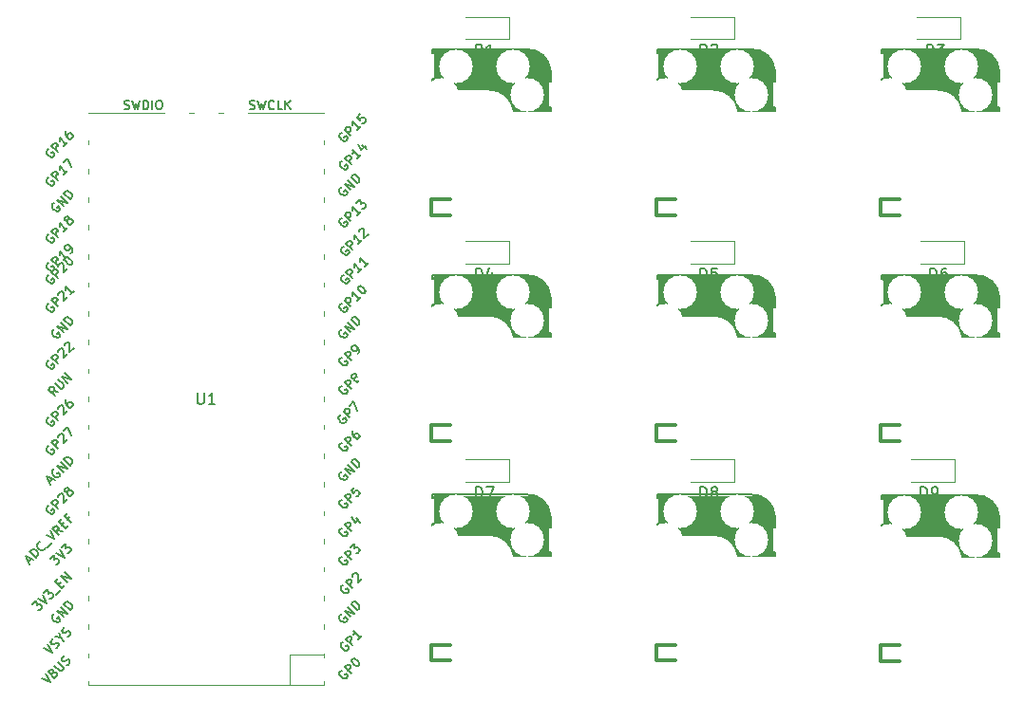
<source format=gto>
%TF.GenerationSoftware,KiCad,Pcbnew,6.0.4-6f826c9f35~116~ubuntu20.04.1*%
%TF.CreationDate,2022-10-29T14:33:56+02:00*%
%TF.ProjectId,SofleTestBoard,536f666c-6554-4657-9374-426f6172642e,rev?*%
%TF.SameCoordinates,Original*%
%TF.FileFunction,Legend,Top*%
%TF.FilePolarity,Positive*%
%FSLAX46Y46*%
G04 Gerber Fmt 4.6, Leading zero omitted, Abs format (unit mm)*
G04 Created by KiCad (PCBNEW 6.0.4-6f826c9f35~116~ubuntu20.04.1) date 2022-10-29 14:33:56*
%MOMM*%
%LPD*%
G01*
G04 APERTURE LIST*
%ADD10C,0.150000*%
%ADD11C,0.300000*%
%ADD12C,1.000000*%
%ADD13C,3.500000*%
%ADD14C,0.400000*%
%ADD15C,0.500000*%
%ADD16C,3.000000*%
%ADD17C,0.800000*%
%ADD18C,0.120000*%
%ADD19C,0.250000*%
%ADD20C,3.000000*%
%ADD21C,1.900000*%
%ADD22C,1.700000*%
%ADD23C,4.100000*%
%ADD24R,1.600000X1.000000*%
%ADD25R,2.300000X2.000000*%
%ADD26C,2.900000*%
%ADD27C,5.000000*%
%ADD28R,0.900000X1.200000*%
%ADD29O,1.800000X1.800000*%
%ADD30O,1.500000X1.500000*%
%ADD31R,3.500000X1.700000*%
%ADD32R,1.700000X3.500000*%
G04 APERTURE END LIST*
D10*
%TO.C,D4*%
X128261904Y-71952380D02*
X128261904Y-70952380D01*
X128500000Y-70952380D01*
X128642857Y-71000000D01*
X128738095Y-71095238D01*
X128785714Y-71190476D01*
X128833333Y-71380952D01*
X128833333Y-71523809D01*
X128785714Y-71714285D01*
X128738095Y-71809523D01*
X128642857Y-71904761D01*
X128500000Y-71952380D01*
X128261904Y-71952380D01*
X129690476Y-71285714D02*
X129690476Y-71952380D01*
X129452380Y-70904761D02*
X129214285Y-71619047D01*
X129833333Y-71619047D01*
%TO.C,D7*%
X128261904Y-91452380D02*
X128261904Y-90452380D01*
X128500000Y-90452380D01*
X128642857Y-90500000D01*
X128738095Y-90595238D01*
X128785714Y-90690476D01*
X128833333Y-90880952D01*
X128833333Y-91023809D01*
X128785714Y-91214285D01*
X128738095Y-91309523D01*
X128642857Y-91404761D01*
X128500000Y-91452380D01*
X128261904Y-91452380D01*
X129166666Y-90452380D02*
X129833333Y-90452380D01*
X129404761Y-91452380D01*
%TO.C,D1*%
X128261904Y-51952380D02*
X128261904Y-50952380D01*
X128500000Y-50952380D01*
X128642857Y-51000000D01*
X128738095Y-51095238D01*
X128785714Y-51190476D01*
X128833333Y-51380952D01*
X128833333Y-51523809D01*
X128785714Y-51714285D01*
X128738095Y-51809523D01*
X128642857Y-51904761D01*
X128500000Y-51952380D01*
X128261904Y-51952380D01*
X129785714Y-51952380D02*
X129214285Y-51952380D01*
X129500000Y-51952380D02*
X129500000Y-50952380D01*
X129404761Y-51095238D01*
X129309523Y-51190476D01*
X129214285Y-51238095D01*
%TO.C,U1*%
X103438095Y-82052380D02*
X103438095Y-82861904D01*
X103485714Y-82957142D01*
X103533333Y-83004761D01*
X103628571Y-83052380D01*
X103819047Y-83052380D01*
X103914285Y-83004761D01*
X103961904Y-82957142D01*
X104009523Y-82861904D01*
X104009523Y-82052380D01*
X105009523Y-83052380D02*
X104438095Y-83052380D01*
X104723809Y-83052380D02*
X104723809Y-82052380D01*
X104628571Y-82195238D01*
X104533333Y-82290476D01*
X104438095Y-82338095D01*
X116313096Y-91611218D02*
X116232284Y-91638155D01*
X116151471Y-91718967D01*
X116097597Y-91826717D01*
X116097597Y-91934467D01*
X116124534Y-92015279D01*
X116205346Y-92149966D01*
X116286158Y-92230778D01*
X116420845Y-92311590D01*
X116501658Y-92338528D01*
X116609407Y-92338528D01*
X116717157Y-92284653D01*
X116771032Y-92230778D01*
X116824906Y-92123028D01*
X116824906Y-92069154D01*
X116636345Y-91880592D01*
X116528595Y-91988341D01*
X117121218Y-91880592D02*
X116555532Y-91314906D01*
X116771032Y-91099407D01*
X116851844Y-91072470D01*
X116905719Y-91072470D01*
X116986531Y-91099407D01*
X117067343Y-91180219D01*
X117094280Y-91261032D01*
X117094280Y-91314906D01*
X117067343Y-91395719D01*
X116851844Y-91611218D01*
X117390592Y-90479847D02*
X117121218Y-90749221D01*
X117363654Y-91045532D01*
X117363654Y-90991658D01*
X117390592Y-90910845D01*
X117525279Y-90776158D01*
X117606091Y-90749221D01*
X117659966Y-90749221D01*
X117740778Y-90776158D01*
X117875465Y-90910845D01*
X117902402Y-90991658D01*
X117902402Y-91045532D01*
X117875465Y-91126345D01*
X117740778Y-91261032D01*
X117659966Y-91287969D01*
X117606091Y-91287969D01*
X90189722Y-67915592D02*
X90108910Y-67942529D01*
X90028097Y-68023341D01*
X89974223Y-68131091D01*
X89974223Y-68238841D01*
X90001160Y-68319653D01*
X90081972Y-68454340D01*
X90162784Y-68535152D01*
X90297471Y-68615964D01*
X90378284Y-68642902D01*
X90486033Y-68642902D01*
X90593783Y-68589027D01*
X90647658Y-68535152D01*
X90701532Y-68427402D01*
X90701532Y-68373528D01*
X90512971Y-68184966D01*
X90405221Y-68292715D01*
X90997844Y-68184966D02*
X90432158Y-67619280D01*
X90647658Y-67403781D01*
X90728470Y-67376844D01*
X90782345Y-67376844D01*
X90863157Y-67403781D01*
X90943969Y-67484593D01*
X90970906Y-67565406D01*
X90970906Y-67619280D01*
X90943969Y-67700093D01*
X90728470Y-67915592D01*
X91859841Y-67322969D02*
X91536592Y-67646218D01*
X91698216Y-67484593D02*
X91132531Y-66918908D01*
X91159468Y-67053595D01*
X91159468Y-67161345D01*
X91132531Y-67242157D01*
X91859841Y-66676471D02*
X91779028Y-66703409D01*
X91725154Y-66703409D01*
X91644341Y-66676471D01*
X91617404Y-66649534D01*
X91590467Y-66568722D01*
X91590467Y-66514847D01*
X91617404Y-66434035D01*
X91725154Y-66326285D01*
X91805966Y-66299348D01*
X91859841Y-66299348D01*
X91940653Y-66326285D01*
X91967590Y-66353223D01*
X91994528Y-66434035D01*
X91994528Y-66487910D01*
X91967590Y-66568722D01*
X91859841Y-66676471D01*
X91832903Y-66757284D01*
X91832903Y-66811158D01*
X91859841Y-66891971D01*
X91967590Y-66999720D01*
X92048402Y-67026658D01*
X92102277Y-67026658D01*
X92183089Y-66999720D01*
X92290839Y-66891971D01*
X92317776Y-66811158D01*
X92317776Y-66757284D01*
X92290839Y-66676471D01*
X92183089Y-66568722D01*
X92102277Y-66541784D01*
X92048402Y-66541784D01*
X91967590Y-66568722D01*
X116213096Y-84021218D02*
X116132284Y-84048155D01*
X116051471Y-84128967D01*
X115997597Y-84236717D01*
X115997597Y-84344467D01*
X116024534Y-84425279D01*
X116105346Y-84559966D01*
X116186158Y-84640778D01*
X116320845Y-84721590D01*
X116401658Y-84748528D01*
X116509407Y-84748528D01*
X116617157Y-84694653D01*
X116671032Y-84640778D01*
X116724906Y-84533028D01*
X116724906Y-84479154D01*
X116536345Y-84290592D01*
X116428595Y-84398341D01*
X117021218Y-84290592D02*
X116455532Y-83724906D01*
X116671032Y-83509407D01*
X116751844Y-83482470D01*
X116805719Y-83482470D01*
X116886531Y-83509407D01*
X116967343Y-83590219D01*
X116994280Y-83671032D01*
X116994280Y-83724906D01*
X116967343Y-83805719D01*
X116751844Y-84021218D01*
X116967343Y-83213096D02*
X117344467Y-82835972D01*
X117667715Y-83644094D01*
X90686158Y-76398155D02*
X90605346Y-76425093D01*
X90524534Y-76505905D01*
X90470659Y-76613654D01*
X90470659Y-76721404D01*
X90497597Y-76802216D01*
X90578409Y-76936903D01*
X90659221Y-77017715D01*
X90793908Y-77098528D01*
X90874720Y-77125465D01*
X90982470Y-77125465D01*
X91090219Y-77071590D01*
X91144094Y-77017715D01*
X91197969Y-76909966D01*
X91197969Y-76856091D01*
X91009407Y-76667529D01*
X90901658Y-76775279D01*
X91494280Y-76667529D02*
X90928595Y-76101844D01*
X91817529Y-76344280D01*
X91251844Y-75778595D01*
X92086903Y-76074906D02*
X91521218Y-75509221D01*
X91655905Y-75374534D01*
X91763654Y-75320659D01*
X91871404Y-75320659D01*
X91952216Y-75347597D01*
X92086903Y-75428409D01*
X92167715Y-75509221D01*
X92248528Y-75643908D01*
X92275465Y-75724720D01*
X92275465Y-75832470D01*
X92221590Y-75940219D01*
X92086903Y-76074906D01*
X90189722Y-79180592D02*
X90108910Y-79207529D01*
X90028097Y-79288341D01*
X89974223Y-79396091D01*
X89974223Y-79503841D01*
X90001160Y-79584653D01*
X90081972Y-79719340D01*
X90162784Y-79800152D01*
X90297471Y-79880964D01*
X90378284Y-79907902D01*
X90486033Y-79907902D01*
X90593783Y-79854027D01*
X90647658Y-79800152D01*
X90701532Y-79692402D01*
X90701532Y-79638528D01*
X90512971Y-79449966D01*
X90405221Y-79557715D01*
X90997844Y-79449966D02*
X90432158Y-78884280D01*
X90647658Y-78668781D01*
X90728470Y-78641844D01*
X90782345Y-78641844D01*
X90863157Y-78668781D01*
X90943969Y-78749593D01*
X90970906Y-78830406D01*
X90970906Y-78884280D01*
X90943969Y-78965093D01*
X90728470Y-79180592D01*
X91024781Y-78399407D02*
X91024781Y-78345532D01*
X91051719Y-78264720D01*
X91186406Y-78130033D01*
X91267218Y-78103096D01*
X91321093Y-78103096D01*
X91401905Y-78130033D01*
X91455780Y-78183908D01*
X91509654Y-78291658D01*
X91509654Y-78938155D01*
X91859841Y-78587969D01*
X91563529Y-77860659D02*
X91563529Y-77806784D01*
X91590467Y-77725972D01*
X91725154Y-77591285D01*
X91805966Y-77564348D01*
X91859841Y-77564348D01*
X91940653Y-77591285D01*
X91994528Y-77645160D01*
X92048402Y-77752910D01*
X92048402Y-78399407D01*
X92398589Y-78049221D01*
X108090476Y-56723809D02*
X108204761Y-56761904D01*
X108395238Y-56761904D01*
X108471428Y-56723809D01*
X108509523Y-56685714D01*
X108547619Y-56609523D01*
X108547619Y-56533333D01*
X108509523Y-56457142D01*
X108471428Y-56419047D01*
X108395238Y-56380952D01*
X108242857Y-56342857D01*
X108166666Y-56304761D01*
X108128571Y-56266666D01*
X108090476Y-56190476D01*
X108090476Y-56114285D01*
X108128571Y-56038095D01*
X108166666Y-56000000D01*
X108242857Y-55961904D01*
X108433333Y-55961904D01*
X108547619Y-56000000D01*
X108814285Y-55961904D02*
X109004761Y-56761904D01*
X109157142Y-56190476D01*
X109309523Y-56761904D01*
X109500000Y-55961904D01*
X110261904Y-56685714D02*
X110223809Y-56723809D01*
X110109523Y-56761904D01*
X110033333Y-56761904D01*
X109919047Y-56723809D01*
X109842857Y-56647619D01*
X109804761Y-56571428D01*
X109766666Y-56419047D01*
X109766666Y-56304761D01*
X109804761Y-56152380D01*
X109842857Y-56076190D01*
X109919047Y-56000000D01*
X110033333Y-55961904D01*
X110109523Y-55961904D01*
X110223809Y-56000000D01*
X110261904Y-56038095D01*
X110985714Y-56761904D02*
X110604761Y-56761904D01*
X110604761Y-55961904D01*
X111252380Y-56761904D02*
X111252380Y-55961904D01*
X111709523Y-56761904D02*
X111366666Y-56304761D01*
X111709523Y-55961904D02*
X111252380Y-56419047D01*
X116413096Y-104321218D02*
X116332284Y-104348155D01*
X116251471Y-104428967D01*
X116197597Y-104536717D01*
X116197597Y-104644467D01*
X116224534Y-104725279D01*
X116305346Y-104859966D01*
X116386158Y-104940778D01*
X116520845Y-105021590D01*
X116601658Y-105048528D01*
X116709407Y-105048528D01*
X116817157Y-104994653D01*
X116871032Y-104940778D01*
X116924906Y-104833028D01*
X116924906Y-104779154D01*
X116736345Y-104590592D01*
X116628595Y-104698341D01*
X117221218Y-104590592D02*
X116655532Y-104024906D01*
X116871032Y-103809407D01*
X116951844Y-103782470D01*
X117005719Y-103782470D01*
X117086531Y-103809407D01*
X117167343Y-103890219D01*
X117194280Y-103971032D01*
X117194280Y-104024906D01*
X117167343Y-104105719D01*
X116951844Y-104321218D01*
X118083215Y-103728595D02*
X117759966Y-104051844D01*
X117921590Y-103890219D02*
X117355905Y-103324534D01*
X117382842Y-103459221D01*
X117382842Y-103566971D01*
X117355905Y-103647783D01*
X90189722Y-62835592D02*
X90108910Y-62862529D01*
X90028097Y-62943341D01*
X89974223Y-63051091D01*
X89974223Y-63158841D01*
X90001160Y-63239653D01*
X90081972Y-63374340D01*
X90162784Y-63455152D01*
X90297471Y-63535964D01*
X90378284Y-63562902D01*
X90486033Y-63562902D01*
X90593783Y-63509027D01*
X90647658Y-63455152D01*
X90701532Y-63347402D01*
X90701532Y-63293528D01*
X90512971Y-63104966D01*
X90405221Y-63212715D01*
X90997844Y-63104966D02*
X90432158Y-62539280D01*
X90647658Y-62323781D01*
X90728470Y-62296844D01*
X90782345Y-62296844D01*
X90863157Y-62323781D01*
X90943969Y-62404593D01*
X90970906Y-62485406D01*
X90970906Y-62539280D01*
X90943969Y-62620093D01*
X90728470Y-62835592D01*
X91859841Y-62242969D02*
X91536592Y-62566218D01*
X91698216Y-62404593D02*
X91132531Y-61838908D01*
X91159468Y-61973595D01*
X91159468Y-62081345D01*
X91132531Y-62162157D01*
X91482717Y-61488722D02*
X91859841Y-61111598D01*
X92183089Y-61919720D01*
X116286158Y-76398155D02*
X116205346Y-76425093D01*
X116124534Y-76505905D01*
X116070659Y-76613654D01*
X116070659Y-76721404D01*
X116097597Y-76802216D01*
X116178409Y-76936903D01*
X116259221Y-77017715D01*
X116393908Y-77098528D01*
X116474720Y-77125465D01*
X116582470Y-77125465D01*
X116690219Y-77071590D01*
X116744094Y-77017715D01*
X116797969Y-76909966D01*
X116797969Y-76856091D01*
X116609407Y-76667529D01*
X116501658Y-76775279D01*
X117094280Y-76667529D02*
X116528595Y-76101844D01*
X117417529Y-76344280D01*
X116851844Y-75778595D01*
X117686903Y-76074906D02*
X117121218Y-75509221D01*
X117255905Y-75374534D01*
X117363654Y-75320659D01*
X117471404Y-75320659D01*
X117552216Y-75347597D01*
X117686903Y-75428409D01*
X117767715Y-75509221D01*
X117848528Y-75643908D01*
X117875465Y-75724720D01*
X117875465Y-75832470D01*
X117821590Y-75940219D01*
X117686903Y-76074906D01*
X116286158Y-89098155D02*
X116205346Y-89125093D01*
X116124534Y-89205905D01*
X116070659Y-89313654D01*
X116070659Y-89421404D01*
X116097597Y-89502216D01*
X116178409Y-89636903D01*
X116259221Y-89717715D01*
X116393908Y-89798528D01*
X116474720Y-89825465D01*
X116582470Y-89825465D01*
X116690219Y-89771590D01*
X116744094Y-89717715D01*
X116797969Y-89609966D01*
X116797969Y-89556091D01*
X116609407Y-89367529D01*
X116501658Y-89475279D01*
X117094280Y-89367529D02*
X116528595Y-88801844D01*
X117417529Y-89044280D01*
X116851844Y-88478595D01*
X117686903Y-88774906D02*
X117121218Y-88209221D01*
X117255905Y-88074534D01*
X117363654Y-88020659D01*
X117471404Y-88020659D01*
X117552216Y-88047597D01*
X117686903Y-88128409D01*
X117767715Y-88209221D01*
X117848528Y-88343908D01*
X117875465Y-88424720D01*
X117875465Y-88532470D01*
X117821590Y-88640219D01*
X117686903Y-88774906D01*
X116313096Y-94151218D02*
X116232284Y-94178155D01*
X116151471Y-94258967D01*
X116097597Y-94366717D01*
X116097597Y-94474467D01*
X116124534Y-94555279D01*
X116205346Y-94689966D01*
X116286158Y-94770778D01*
X116420845Y-94851590D01*
X116501658Y-94878528D01*
X116609407Y-94878528D01*
X116717157Y-94824653D01*
X116771032Y-94770778D01*
X116824906Y-94663028D01*
X116824906Y-94609154D01*
X116636345Y-94420592D01*
X116528595Y-94528341D01*
X117121218Y-94420592D02*
X116555532Y-93854906D01*
X116771032Y-93639407D01*
X116851844Y-93612470D01*
X116905719Y-93612470D01*
X116986531Y-93639407D01*
X117067343Y-93720219D01*
X117094280Y-93801032D01*
X117094280Y-93854906D01*
X117067343Y-93935719D01*
X116851844Y-94151218D01*
X117552216Y-93235346D02*
X117929340Y-93612470D01*
X117202030Y-93154534D02*
X117471404Y-93693282D01*
X117821590Y-93343096D01*
X90189722Y-92134592D02*
X90108910Y-92161529D01*
X90028097Y-92242341D01*
X89974223Y-92350091D01*
X89974223Y-92457841D01*
X90001160Y-92538653D01*
X90081972Y-92673340D01*
X90162784Y-92754152D01*
X90297471Y-92834964D01*
X90378284Y-92861902D01*
X90486033Y-92861902D01*
X90593783Y-92808027D01*
X90647658Y-92754152D01*
X90701532Y-92646402D01*
X90701532Y-92592528D01*
X90512971Y-92403966D01*
X90405221Y-92511715D01*
X90997844Y-92403966D02*
X90432158Y-91838280D01*
X90647658Y-91622781D01*
X90728470Y-91595844D01*
X90782345Y-91595844D01*
X90863157Y-91622781D01*
X90943969Y-91703593D01*
X90970906Y-91784406D01*
X90970906Y-91838280D01*
X90943969Y-91919093D01*
X90728470Y-92134592D01*
X91024781Y-91353407D02*
X91024781Y-91299532D01*
X91051719Y-91218720D01*
X91186406Y-91084033D01*
X91267218Y-91057096D01*
X91321093Y-91057096D01*
X91401905Y-91084033D01*
X91455780Y-91137908D01*
X91509654Y-91245658D01*
X91509654Y-91892155D01*
X91859841Y-91541969D01*
X91859841Y-90895471D02*
X91779028Y-90922409D01*
X91725154Y-90922409D01*
X91644341Y-90895471D01*
X91617404Y-90868534D01*
X91590467Y-90787722D01*
X91590467Y-90733847D01*
X91617404Y-90653035D01*
X91725154Y-90545285D01*
X91805966Y-90518348D01*
X91859841Y-90518348D01*
X91940653Y-90545285D01*
X91967590Y-90572223D01*
X91994528Y-90653035D01*
X91994528Y-90706910D01*
X91967590Y-90787722D01*
X91859841Y-90895471D01*
X91832903Y-90976284D01*
X91832903Y-91030158D01*
X91859841Y-91110971D01*
X91967590Y-91218720D01*
X92048402Y-91245658D01*
X92102277Y-91245658D01*
X92183089Y-91218720D01*
X92290839Y-91110971D01*
X92317776Y-91030158D01*
X92317776Y-90976284D01*
X92290839Y-90895471D01*
X92183089Y-90787722D01*
X92102277Y-90760784D01*
X92048402Y-90760784D01*
X91967590Y-90787722D01*
X116297722Y-66480592D02*
X116216910Y-66507529D01*
X116136097Y-66588341D01*
X116082223Y-66696091D01*
X116082223Y-66803841D01*
X116109160Y-66884653D01*
X116189972Y-67019340D01*
X116270784Y-67100152D01*
X116405471Y-67180964D01*
X116486284Y-67207902D01*
X116594033Y-67207902D01*
X116701783Y-67154027D01*
X116755658Y-67100152D01*
X116809532Y-66992402D01*
X116809532Y-66938528D01*
X116620971Y-66749966D01*
X116513221Y-66857715D01*
X117105844Y-66749966D02*
X116540158Y-66184280D01*
X116755658Y-65968781D01*
X116836470Y-65941844D01*
X116890345Y-65941844D01*
X116971157Y-65968781D01*
X117051969Y-66049593D01*
X117078906Y-66130406D01*
X117078906Y-66184280D01*
X117051969Y-66265093D01*
X116836470Y-66480592D01*
X117967841Y-65887969D02*
X117644592Y-66211218D01*
X117806216Y-66049593D02*
X117240531Y-65483908D01*
X117267468Y-65618595D01*
X117267468Y-65726345D01*
X117240531Y-65807157D01*
X117590717Y-65133722D02*
X117940903Y-64783536D01*
X117967841Y-65187597D01*
X118048653Y-65106784D01*
X118129465Y-65079847D01*
X118183340Y-65079847D01*
X118264152Y-65106784D01*
X118398839Y-65241471D01*
X118425776Y-65322284D01*
X118425776Y-65376158D01*
X118398839Y-65456971D01*
X118237215Y-65618595D01*
X118156402Y-65645532D01*
X118102528Y-65645532D01*
X116286158Y-63698155D02*
X116205346Y-63725093D01*
X116124534Y-63805905D01*
X116070659Y-63913654D01*
X116070659Y-64021404D01*
X116097597Y-64102216D01*
X116178409Y-64236903D01*
X116259221Y-64317715D01*
X116393908Y-64398528D01*
X116474720Y-64425465D01*
X116582470Y-64425465D01*
X116690219Y-64371590D01*
X116744094Y-64317715D01*
X116797969Y-64209966D01*
X116797969Y-64156091D01*
X116609407Y-63967529D01*
X116501658Y-64075279D01*
X117094280Y-63967529D02*
X116528595Y-63401844D01*
X117417529Y-63644280D01*
X116851844Y-63078595D01*
X117686903Y-63374906D02*
X117121218Y-62809221D01*
X117255905Y-62674534D01*
X117363654Y-62620659D01*
X117471404Y-62620659D01*
X117552216Y-62647597D01*
X117686903Y-62728409D01*
X117767715Y-62809221D01*
X117848528Y-62943908D01*
X117875465Y-63024720D01*
X117875465Y-63132470D01*
X117821590Y-63240219D01*
X117686903Y-63374906D01*
X90189722Y-60295592D02*
X90108910Y-60322529D01*
X90028097Y-60403341D01*
X89974223Y-60511091D01*
X89974223Y-60618841D01*
X90001160Y-60699653D01*
X90081972Y-60834340D01*
X90162784Y-60915152D01*
X90297471Y-60995964D01*
X90378284Y-61022902D01*
X90486033Y-61022902D01*
X90593783Y-60969027D01*
X90647658Y-60915152D01*
X90701532Y-60807402D01*
X90701532Y-60753528D01*
X90512971Y-60564966D01*
X90405221Y-60672715D01*
X90997844Y-60564966D02*
X90432158Y-59999280D01*
X90647658Y-59783781D01*
X90728470Y-59756844D01*
X90782345Y-59756844D01*
X90863157Y-59783781D01*
X90943969Y-59864593D01*
X90970906Y-59945406D01*
X90970906Y-59999280D01*
X90943969Y-60080093D01*
X90728470Y-60295592D01*
X91859841Y-59702969D02*
X91536592Y-60026218D01*
X91698216Y-59864593D02*
X91132531Y-59298908D01*
X91159468Y-59433595D01*
X91159468Y-59541345D01*
X91132531Y-59622157D01*
X91779028Y-58652410D02*
X91671279Y-58760160D01*
X91644341Y-58840972D01*
X91644341Y-58894847D01*
X91671279Y-59029534D01*
X91752091Y-59164221D01*
X91967590Y-59379720D01*
X92048402Y-59406658D01*
X92102277Y-59406658D01*
X92183089Y-59379720D01*
X92290839Y-59271971D01*
X92317776Y-59191158D01*
X92317776Y-59137284D01*
X92290839Y-59056471D01*
X92156152Y-58921784D01*
X92075340Y-58894847D01*
X92021465Y-58894847D01*
X91940653Y-58921784D01*
X91832903Y-59029534D01*
X91805966Y-59110346D01*
X91805966Y-59164221D01*
X91832903Y-59245033D01*
X90686158Y-65133155D02*
X90605346Y-65160093D01*
X90524534Y-65240905D01*
X90470659Y-65348654D01*
X90470659Y-65456404D01*
X90497597Y-65537216D01*
X90578409Y-65671903D01*
X90659221Y-65752715D01*
X90793908Y-65833528D01*
X90874720Y-65860465D01*
X90982470Y-65860465D01*
X91090219Y-65806590D01*
X91144094Y-65752715D01*
X91197969Y-65644966D01*
X91197969Y-65591091D01*
X91009407Y-65402529D01*
X90901658Y-65510279D01*
X91494280Y-65402529D02*
X90928595Y-64836844D01*
X91817529Y-65079280D01*
X91251844Y-64513595D01*
X92086903Y-64809906D02*
X91521218Y-64244221D01*
X91655905Y-64109534D01*
X91763654Y-64055659D01*
X91871404Y-64055659D01*
X91952216Y-64082597D01*
X92086903Y-64163409D01*
X92167715Y-64244221D01*
X92248528Y-64378908D01*
X92275465Y-64459720D01*
X92275465Y-64567470D01*
X92221590Y-64675219D01*
X92086903Y-64809906D01*
X88722131Y-100958308D02*
X89072317Y-100608122D01*
X89099255Y-101012183D01*
X89180067Y-100931370D01*
X89260879Y-100904433D01*
X89314754Y-100904433D01*
X89395566Y-100931370D01*
X89530253Y-101066057D01*
X89557190Y-101146870D01*
X89557190Y-101200744D01*
X89530253Y-101281557D01*
X89368629Y-101443181D01*
X89287816Y-101470118D01*
X89233942Y-101470118D01*
X89233942Y-100446497D02*
X89988189Y-100823621D01*
X89611065Y-100069374D01*
X89745752Y-99934687D02*
X90095938Y-99584500D01*
X90122876Y-99988561D01*
X90203688Y-99907749D01*
X90284500Y-99880812D01*
X90338375Y-99880812D01*
X90419187Y-99907749D01*
X90553874Y-100042436D01*
X90580812Y-100123248D01*
X90580812Y-100177123D01*
X90553874Y-100257935D01*
X90392250Y-100419560D01*
X90311438Y-100446497D01*
X90257563Y-100446497D01*
X90823248Y-100096311D02*
X91254247Y-99665312D01*
X91038748Y-99180439D02*
X91227309Y-98991877D01*
X91604433Y-99207377D02*
X91335059Y-99476751D01*
X90769374Y-98911065D01*
X91038748Y-98641691D01*
X91846870Y-98964940D02*
X91281184Y-98399255D01*
X92170118Y-98641691D01*
X91604433Y-98076006D01*
X116443722Y-71560592D02*
X116362910Y-71587529D01*
X116282097Y-71668341D01*
X116228223Y-71776091D01*
X116228223Y-71883841D01*
X116255160Y-71964653D01*
X116335972Y-72099340D01*
X116416784Y-72180152D01*
X116551471Y-72260964D01*
X116632284Y-72287902D01*
X116740033Y-72287902D01*
X116847783Y-72234027D01*
X116901658Y-72180152D01*
X116955532Y-72072402D01*
X116955532Y-72018528D01*
X116766971Y-71829966D01*
X116659221Y-71937715D01*
X117251844Y-71829966D02*
X116686158Y-71264280D01*
X116901658Y-71048781D01*
X116982470Y-71021844D01*
X117036345Y-71021844D01*
X117117157Y-71048781D01*
X117197969Y-71129593D01*
X117224906Y-71210406D01*
X117224906Y-71264280D01*
X117197969Y-71345093D01*
X116982470Y-71560592D01*
X118113841Y-70967969D02*
X117790592Y-71291218D01*
X117952216Y-71129593D02*
X117386531Y-70563908D01*
X117413468Y-70698595D01*
X117413468Y-70806345D01*
X117386531Y-70887157D01*
X118652589Y-70429221D02*
X118329340Y-70752470D01*
X118490964Y-70590845D02*
X117925279Y-70025160D01*
X117952216Y-70159847D01*
X117952216Y-70267597D01*
X117925279Y-70348409D01*
X90289847Y-96890592D02*
X90640033Y-96540406D01*
X90666971Y-96944467D01*
X90747783Y-96863654D01*
X90828595Y-96836717D01*
X90882470Y-96836717D01*
X90963282Y-96863654D01*
X91097969Y-96998341D01*
X91124906Y-97079154D01*
X91124906Y-97133028D01*
X91097969Y-97213841D01*
X90936345Y-97375465D01*
X90855532Y-97402402D01*
X90801658Y-97402402D01*
X90801658Y-96378781D02*
X91555905Y-96755905D01*
X91178781Y-96001658D01*
X91313468Y-95866971D02*
X91663654Y-95516784D01*
X91690592Y-95920845D01*
X91771404Y-95840033D01*
X91852216Y-95813096D01*
X91906091Y-95813096D01*
X91986903Y-95840033D01*
X92121590Y-95974720D01*
X92148528Y-96055532D01*
X92148528Y-96109407D01*
X92121590Y-96190219D01*
X91959966Y-96351844D01*
X91879154Y-96378781D01*
X91825279Y-96378781D01*
X91038375Y-82003435D02*
X90580439Y-81922622D01*
X90715126Y-82326683D02*
X90149441Y-81760998D01*
X90364940Y-81545499D01*
X90445752Y-81518561D01*
X90499627Y-81518561D01*
X90580439Y-81545499D01*
X90661251Y-81626311D01*
X90688189Y-81707123D01*
X90688189Y-81760998D01*
X90661251Y-81841810D01*
X90445752Y-82057309D01*
X90715126Y-81195312D02*
X91173062Y-81653248D01*
X91253874Y-81680186D01*
X91307749Y-81680186D01*
X91388561Y-81653248D01*
X91496311Y-81545499D01*
X91523248Y-81464687D01*
X91523248Y-81410812D01*
X91496311Y-81330000D01*
X91038375Y-80872064D01*
X91873435Y-81168375D02*
X91307749Y-80602690D01*
X92196683Y-80845126D01*
X91630998Y-80279441D01*
X116413096Y-99231218D02*
X116332284Y-99258155D01*
X116251471Y-99338967D01*
X116197597Y-99446717D01*
X116197597Y-99554467D01*
X116224534Y-99635279D01*
X116305346Y-99769966D01*
X116386158Y-99850778D01*
X116520845Y-99931590D01*
X116601658Y-99958528D01*
X116709407Y-99958528D01*
X116817157Y-99904653D01*
X116871032Y-99850778D01*
X116924906Y-99743028D01*
X116924906Y-99689154D01*
X116736345Y-99500592D01*
X116628595Y-99608341D01*
X117221218Y-99500592D02*
X116655532Y-98934906D01*
X116871032Y-98719407D01*
X116951844Y-98692470D01*
X117005719Y-98692470D01*
X117086531Y-98719407D01*
X117167343Y-98800219D01*
X117194280Y-98881032D01*
X117194280Y-98934906D01*
X117167343Y-99015719D01*
X116951844Y-99231218D01*
X117248155Y-98450033D02*
X117248155Y-98396158D01*
X117275093Y-98315346D01*
X117409780Y-98180659D01*
X117490592Y-98153722D01*
X117544467Y-98153722D01*
X117625279Y-98180659D01*
X117679154Y-98234534D01*
X117733028Y-98342284D01*
X117733028Y-98988781D01*
X118083215Y-98638595D01*
X90189722Y-86790592D02*
X90108910Y-86817529D01*
X90028097Y-86898341D01*
X89974223Y-87006091D01*
X89974223Y-87113841D01*
X90001160Y-87194653D01*
X90081972Y-87329340D01*
X90162784Y-87410152D01*
X90297471Y-87490964D01*
X90378284Y-87517902D01*
X90486033Y-87517902D01*
X90593783Y-87464027D01*
X90647658Y-87410152D01*
X90701532Y-87302402D01*
X90701532Y-87248528D01*
X90512971Y-87059966D01*
X90405221Y-87167715D01*
X90997844Y-87059966D02*
X90432158Y-86494280D01*
X90647658Y-86278781D01*
X90728470Y-86251844D01*
X90782345Y-86251844D01*
X90863157Y-86278781D01*
X90943969Y-86359593D01*
X90970906Y-86440406D01*
X90970906Y-86494280D01*
X90943969Y-86575093D01*
X90728470Y-86790592D01*
X91024781Y-86009407D02*
X91024781Y-85955532D01*
X91051719Y-85874720D01*
X91186406Y-85740033D01*
X91267218Y-85713096D01*
X91321093Y-85713096D01*
X91401905Y-85740033D01*
X91455780Y-85793908D01*
X91509654Y-85901658D01*
X91509654Y-86548155D01*
X91859841Y-86197969D01*
X91482717Y-85443722D02*
X91859841Y-85066598D01*
X92183089Y-85874720D01*
X116286158Y-101798155D02*
X116205346Y-101825093D01*
X116124534Y-101905905D01*
X116070659Y-102013654D01*
X116070659Y-102121404D01*
X116097597Y-102202216D01*
X116178409Y-102336903D01*
X116259221Y-102417715D01*
X116393908Y-102498528D01*
X116474720Y-102525465D01*
X116582470Y-102525465D01*
X116690219Y-102471590D01*
X116744094Y-102417715D01*
X116797969Y-102309966D01*
X116797969Y-102256091D01*
X116609407Y-102067529D01*
X116501658Y-102175279D01*
X117094280Y-102067529D02*
X116528595Y-101501844D01*
X117417529Y-101744280D01*
X116851844Y-101178595D01*
X117686903Y-101474906D02*
X117121218Y-100909221D01*
X117255905Y-100774534D01*
X117363654Y-100720659D01*
X117471404Y-100720659D01*
X117552216Y-100747597D01*
X117686903Y-100828409D01*
X117767715Y-100909221D01*
X117848528Y-101043908D01*
X117875465Y-101124720D01*
X117875465Y-101232470D01*
X117821590Y-101340219D01*
X117686903Y-101474906D01*
X90243597Y-90040964D02*
X90512971Y-89771590D01*
X90351346Y-90256463D02*
X89974223Y-89502216D01*
X90728470Y-89879340D01*
X90674595Y-88855719D02*
X90593783Y-88882656D01*
X90512971Y-88963468D01*
X90459096Y-89071218D01*
X90459096Y-89178967D01*
X90486033Y-89259780D01*
X90566845Y-89394467D01*
X90647658Y-89475279D01*
X90782345Y-89556091D01*
X90863157Y-89583028D01*
X90970906Y-89583028D01*
X91078656Y-89529154D01*
X91132531Y-89475279D01*
X91186406Y-89367529D01*
X91186406Y-89313654D01*
X90997844Y-89125093D01*
X90890094Y-89232842D01*
X91482717Y-89125093D02*
X90917032Y-88559407D01*
X91805966Y-88801844D01*
X91240280Y-88236158D01*
X92075340Y-88532470D02*
X91509654Y-87966784D01*
X91644341Y-87832097D01*
X91752091Y-87778223D01*
X91859841Y-87778223D01*
X91940653Y-87805160D01*
X92075340Y-87885972D01*
X92156152Y-87966784D01*
X92236964Y-88101471D01*
X92263902Y-88182284D01*
X92263902Y-88290033D01*
X92210027Y-88397783D01*
X92075340Y-88532470D01*
X90189722Y-71560592D02*
X90108910Y-71587529D01*
X90028097Y-71668341D01*
X89974223Y-71776091D01*
X89974223Y-71883841D01*
X90001160Y-71964653D01*
X90081972Y-72099340D01*
X90162784Y-72180152D01*
X90297471Y-72260964D01*
X90378284Y-72287902D01*
X90486033Y-72287902D01*
X90593783Y-72234027D01*
X90647658Y-72180152D01*
X90701532Y-72072402D01*
X90701532Y-72018528D01*
X90512971Y-71829966D01*
X90405221Y-71937715D01*
X90997844Y-71829966D02*
X90432158Y-71264280D01*
X90647658Y-71048781D01*
X90728470Y-71021844D01*
X90782345Y-71021844D01*
X90863157Y-71048781D01*
X90943969Y-71129593D01*
X90970906Y-71210406D01*
X90970906Y-71264280D01*
X90943969Y-71345093D01*
X90728470Y-71560592D01*
X91024781Y-70779407D02*
X91024781Y-70725532D01*
X91051719Y-70644720D01*
X91186406Y-70510033D01*
X91267218Y-70483096D01*
X91321093Y-70483096D01*
X91401905Y-70510033D01*
X91455780Y-70563908D01*
X91509654Y-70671658D01*
X91509654Y-71318155D01*
X91859841Y-70967969D01*
X91644341Y-70052097D02*
X91698216Y-69998223D01*
X91779028Y-69971285D01*
X91832903Y-69971285D01*
X91913715Y-69998223D01*
X92048402Y-70079035D01*
X92183089Y-70213722D01*
X92263902Y-70348409D01*
X92290839Y-70429221D01*
X92290839Y-70483096D01*
X92263902Y-70563908D01*
X92210027Y-70617783D01*
X92129215Y-70644720D01*
X92075340Y-70644720D01*
X91994528Y-70617783D01*
X91859841Y-70536971D01*
X91725154Y-70402284D01*
X91644341Y-70267597D01*
X91617404Y-70186784D01*
X91617404Y-70132910D01*
X91644341Y-70052097D01*
X116313096Y-81451218D02*
X116232284Y-81478155D01*
X116151471Y-81558967D01*
X116097597Y-81666717D01*
X116097597Y-81774467D01*
X116124534Y-81855279D01*
X116205346Y-81989966D01*
X116286158Y-82070778D01*
X116420845Y-82151590D01*
X116501658Y-82178528D01*
X116609407Y-82178528D01*
X116717157Y-82124653D01*
X116771032Y-82070778D01*
X116824906Y-81963028D01*
X116824906Y-81909154D01*
X116636345Y-81720592D01*
X116528595Y-81828341D01*
X117121218Y-81720592D02*
X116555532Y-81154906D01*
X116771032Y-80939407D01*
X116851844Y-80912470D01*
X116905719Y-80912470D01*
X116986531Y-80939407D01*
X117067343Y-81020219D01*
X117094280Y-81101032D01*
X117094280Y-81154906D01*
X117067343Y-81235719D01*
X116851844Y-81451218D01*
X117444467Y-80750845D02*
X117363654Y-80777783D01*
X117309780Y-80777783D01*
X117228967Y-80750845D01*
X117202030Y-80723908D01*
X117175093Y-80643096D01*
X117175093Y-80589221D01*
X117202030Y-80508409D01*
X117309780Y-80400659D01*
X117390592Y-80373722D01*
X117444467Y-80373722D01*
X117525279Y-80400659D01*
X117552216Y-80427597D01*
X117579154Y-80508409D01*
X117579154Y-80562284D01*
X117552216Y-80643096D01*
X117444467Y-80750845D01*
X117417529Y-80831658D01*
X117417529Y-80885532D01*
X117444467Y-80966345D01*
X117552216Y-81074094D01*
X117633028Y-81101032D01*
X117686903Y-81101032D01*
X117767715Y-81074094D01*
X117875465Y-80966345D01*
X117902402Y-80885532D01*
X117902402Y-80831658D01*
X117875465Y-80750845D01*
X117767715Y-80643096D01*
X117686903Y-80616158D01*
X117633028Y-80616158D01*
X117552216Y-80643096D01*
X89553129Y-107527309D02*
X90307377Y-107904433D01*
X89930253Y-107150186D01*
X90576751Y-107042436D02*
X90684500Y-106988561D01*
X90738375Y-106988561D01*
X90819187Y-107015499D01*
X90899999Y-107096311D01*
X90926937Y-107177123D01*
X90926937Y-107230998D01*
X90900000Y-107311810D01*
X90684500Y-107527309D01*
X90118815Y-106961624D01*
X90307377Y-106773062D01*
X90388189Y-106746125D01*
X90442064Y-106746125D01*
X90522876Y-106773062D01*
X90576751Y-106826937D01*
X90603688Y-106907749D01*
X90603688Y-106961624D01*
X90576751Y-107042436D01*
X90388189Y-107230998D01*
X90684500Y-106395938D02*
X91142436Y-106853874D01*
X91223248Y-106880812D01*
X91277123Y-106880812D01*
X91357935Y-106853874D01*
X91465685Y-106746125D01*
X91492622Y-106665312D01*
X91492622Y-106611438D01*
X91465685Y-106530625D01*
X91007749Y-106072690D01*
X91788934Y-106369001D02*
X91896683Y-106315126D01*
X92031370Y-106180439D01*
X92058308Y-106099627D01*
X92058308Y-106045752D01*
X92031370Y-105964940D01*
X91977496Y-105911065D01*
X91896683Y-105884128D01*
X91842809Y-105884128D01*
X91761996Y-105911065D01*
X91627309Y-105991877D01*
X91546497Y-106018815D01*
X91492622Y-106018815D01*
X91411810Y-105991877D01*
X91357935Y-105938003D01*
X91330998Y-105857190D01*
X91330998Y-105803316D01*
X91357935Y-105722503D01*
X91492622Y-105587816D01*
X91600372Y-105533942D01*
X116313096Y-96691218D02*
X116232284Y-96718155D01*
X116151471Y-96798967D01*
X116097597Y-96906717D01*
X116097597Y-97014467D01*
X116124534Y-97095279D01*
X116205346Y-97229966D01*
X116286158Y-97310778D01*
X116420845Y-97391590D01*
X116501658Y-97418528D01*
X116609407Y-97418528D01*
X116717157Y-97364653D01*
X116771032Y-97310778D01*
X116824906Y-97203028D01*
X116824906Y-97149154D01*
X116636345Y-96960592D01*
X116528595Y-97068341D01*
X117121218Y-96960592D02*
X116555532Y-96394906D01*
X116771032Y-96179407D01*
X116851844Y-96152470D01*
X116905719Y-96152470D01*
X116986531Y-96179407D01*
X117067343Y-96260219D01*
X117094280Y-96341032D01*
X117094280Y-96394906D01*
X117067343Y-96475719D01*
X116851844Y-96691218D01*
X117067343Y-95883096D02*
X117417529Y-95532910D01*
X117444467Y-95936971D01*
X117525279Y-95856158D01*
X117606091Y-95829221D01*
X117659966Y-95829221D01*
X117740778Y-95856158D01*
X117875465Y-95990845D01*
X117902402Y-96071658D01*
X117902402Y-96125532D01*
X117875465Y-96206345D01*
X117713841Y-96367969D01*
X117633028Y-96394906D01*
X117579154Y-96394906D01*
X89720473Y-104849966D02*
X90474720Y-105227089D01*
X90097597Y-104472842D01*
X90797969Y-104849966D02*
X90905719Y-104796091D01*
X91040406Y-104661404D01*
X91067343Y-104580592D01*
X91067343Y-104526717D01*
X91040406Y-104445905D01*
X90986531Y-104392030D01*
X90905719Y-104365093D01*
X90851844Y-104365093D01*
X90771032Y-104392030D01*
X90636345Y-104472842D01*
X90555532Y-104499780D01*
X90501658Y-104499780D01*
X90420845Y-104472842D01*
X90366971Y-104418967D01*
X90340033Y-104338155D01*
X90340033Y-104284280D01*
X90366971Y-104203468D01*
X90501658Y-104068781D01*
X90609407Y-104014906D01*
X91228967Y-103934094D02*
X91498341Y-104203468D01*
X90744094Y-103826345D02*
X91228967Y-103934094D01*
X91121218Y-103449221D01*
X91821590Y-103826345D02*
X91929340Y-103772470D01*
X92064027Y-103637783D01*
X92090964Y-103556971D01*
X92090964Y-103503096D01*
X92064027Y-103422284D01*
X92010152Y-103368409D01*
X91929340Y-103341471D01*
X91875465Y-103341471D01*
X91794653Y-103368409D01*
X91659966Y-103449221D01*
X91579154Y-103476158D01*
X91525279Y-103476158D01*
X91444467Y-103449221D01*
X91390592Y-103395346D01*
X91363654Y-103314534D01*
X91363654Y-103260659D01*
X91390592Y-103179847D01*
X91525279Y-103045160D01*
X91633028Y-102991285D01*
X116297722Y-74100592D02*
X116216910Y-74127529D01*
X116136097Y-74208341D01*
X116082223Y-74316091D01*
X116082223Y-74423841D01*
X116109160Y-74504653D01*
X116189972Y-74639340D01*
X116270784Y-74720152D01*
X116405471Y-74800964D01*
X116486284Y-74827902D01*
X116594033Y-74827902D01*
X116701783Y-74774027D01*
X116755658Y-74720152D01*
X116809532Y-74612402D01*
X116809532Y-74558528D01*
X116620971Y-74369966D01*
X116513221Y-74477715D01*
X117105844Y-74369966D02*
X116540158Y-73804280D01*
X116755658Y-73588781D01*
X116836470Y-73561844D01*
X116890345Y-73561844D01*
X116971157Y-73588781D01*
X117051969Y-73669593D01*
X117078906Y-73750406D01*
X117078906Y-73804280D01*
X117051969Y-73885093D01*
X116836470Y-74100592D01*
X117967841Y-73507969D02*
X117644592Y-73831218D01*
X117806216Y-73669593D02*
X117240531Y-73103908D01*
X117267468Y-73238595D01*
X117267468Y-73346345D01*
X117240531Y-73427157D01*
X117752341Y-72592097D02*
X117806216Y-72538223D01*
X117887028Y-72511285D01*
X117940903Y-72511285D01*
X118021715Y-72538223D01*
X118156402Y-72619035D01*
X118291089Y-72753722D01*
X118371902Y-72888409D01*
X118398839Y-72969221D01*
X118398839Y-73023096D01*
X118371902Y-73103908D01*
X118318027Y-73157783D01*
X118237215Y-73184720D01*
X118183340Y-73184720D01*
X118102528Y-73157783D01*
X117967841Y-73076971D01*
X117833154Y-72942284D01*
X117752341Y-72807597D01*
X117725404Y-72726784D01*
X117725404Y-72672910D01*
X117752341Y-72592097D01*
X116313096Y-78911218D02*
X116232284Y-78938155D01*
X116151471Y-79018967D01*
X116097597Y-79126717D01*
X116097597Y-79234467D01*
X116124534Y-79315279D01*
X116205346Y-79449966D01*
X116286158Y-79530778D01*
X116420845Y-79611590D01*
X116501658Y-79638528D01*
X116609407Y-79638528D01*
X116717157Y-79584653D01*
X116771032Y-79530778D01*
X116824906Y-79423028D01*
X116824906Y-79369154D01*
X116636345Y-79180592D01*
X116528595Y-79288341D01*
X117121218Y-79180592D02*
X116555532Y-78614906D01*
X116771032Y-78399407D01*
X116851844Y-78372470D01*
X116905719Y-78372470D01*
X116986531Y-78399407D01*
X117067343Y-78480219D01*
X117094280Y-78561032D01*
X117094280Y-78614906D01*
X117067343Y-78695719D01*
X116851844Y-78911218D01*
X117713841Y-78587969D02*
X117821590Y-78480219D01*
X117848528Y-78399407D01*
X117848528Y-78345532D01*
X117821590Y-78210845D01*
X117740778Y-78076158D01*
X117525279Y-77860659D01*
X117444467Y-77833722D01*
X117390592Y-77833722D01*
X117309780Y-77860659D01*
X117202030Y-77968409D01*
X117175093Y-78049221D01*
X117175093Y-78103096D01*
X117202030Y-78183908D01*
X117336717Y-78318595D01*
X117417529Y-78345532D01*
X117471404Y-78345532D01*
X117552216Y-78318595D01*
X117659966Y-78210845D01*
X117686903Y-78130033D01*
X117686903Y-78076158D01*
X117659966Y-77995346D01*
X90189722Y-70455592D02*
X90108910Y-70482529D01*
X90028097Y-70563341D01*
X89974223Y-70671091D01*
X89974223Y-70778841D01*
X90001160Y-70859653D01*
X90081972Y-70994340D01*
X90162784Y-71075152D01*
X90297471Y-71155964D01*
X90378284Y-71182902D01*
X90486033Y-71182902D01*
X90593783Y-71129027D01*
X90647658Y-71075152D01*
X90701532Y-70967402D01*
X90701532Y-70913528D01*
X90512971Y-70724966D01*
X90405221Y-70832715D01*
X90997844Y-70724966D02*
X90432158Y-70159280D01*
X90647658Y-69943781D01*
X90728470Y-69916844D01*
X90782345Y-69916844D01*
X90863157Y-69943781D01*
X90943969Y-70024593D01*
X90970906Y-70105406D01*
X90970906Y-70159280D01*
X90943969Y-70240093D01*
X90728470Y-70455592D01*
X91859841Y-69862969D02*
X91536592Y-70186218D01*
X91698216Y-70024593D02*
X91132531Y-69458908D01*
X91159468Y-69593595D01*
X91159468Y-69701345D01*
X91132531Y-69782157D01*
X92129215Y-69593595D02*
X92236964Y-69485845D01*
X92263902Y-69405033D01*
X92263902Y-69351158D01*
X92236964Y-69216471D01*
X92156152Y-69081784D01*
X91940653Y-68866285D01*
X91859841Y-68839348D01*
X91805966Y-68839348D01*
X91725154Y-68866285D01*
X91617404Y-68974035D01*
X91590467Y-69054847D01*
X91590467Y-69108722D01*
X91617404Y-69189534D01*
X91752091Y-69324221D01*
X91832903Y-69351158D01*
X91886778Y-69351158D01*
X91967590Y-69324221D01*
X92075340Y-69216471D01*
X92102277Y-69135659D01*
X92102277Y-69081784D01*
X92075340Y-69000972D01*
X116343722Y-61400592D02*
X116262910Y-61427529D01*
X116182097Y-61508341D01*
X116128223Y-61616091D01*
X116128223Y-61723841D01*
X116155160Y-61804653D01*
X116235972Y-61939340D01*
X116316784Y-62020152D01*
X116451471Y-62100964D01*
X116532284Y-62127902D01*
X116640033Y-62127902D01*
X116747783Y-62074027D01*
X116801658Y-62020152D01*
X116855532Y-61912402D01*
X116855532Y-61858528D01*
X116666971Y-61669966D01*
X116559221Y-61777715D01*
X117151844Y-61669966D02*
X116586158Y-61104280D01*
X116801658Y-60888781D01*
X116882470Y-60861844D01*
X116936345Y-60861844D01*
X117017157Y-60888781D01*
X117097969Y-60969593D01*
X117124906Y-61050406D01*
X117124906Y-61104280D01*
X117097969Y-61185093D01*
X116882470Y-61400592D01*
X118013841Y-60807969D02*
X117690592Y-61131218D01*
X117852216Y-60969593D02*
X117286531Y-60403908D01*
X117313468Y-60538595D01*
X117313468Y-60646345D01*
X117286531Y-60727157D01*
X118121590Y-59945972D02*
X118498714Y-60323096D01*
X117771404Y-59865160D02*
X118040778Y-60403908D01*
X118390964Y-60053722D01*
X116443722Y-69020592D02*
X116362910Y-69047529D01*
X116282097Y-69128341D01*
X116228223Y-69236091D01*
X116228223Y-69343841D01*
X116255160Y-69424653D01*
X116335972Y-69559340D01*
X116416784Y-69640152D01*
X116551471Y-69720964D01*
X116632284Y-69747902D01*
X116740033Y-69747902D01*
X116847783Y-69694027D01*
X116901658Y-69640152D01*
X116955532Y-69532402D01*
X116955532Y-69478528D01*
X116766971Y-69289966D01*
X116659221Y-69397715D01*
X117251844Y-69289966D02*
X116686158Y-68724280D01*
X116901658Y-68508781D01*
X116982470Y-68481844D01*
X117036345Y-68481844D01*
X117117157Y-68508781D01*
X117197969Y-68589593D01*
X117224906Y-68670406D01*
X117224906Y-68724280D01*
X117197969Y-68805093D01*
X116982470Y-69020592D01*
X118113841Y-68427969D02*
X117790592Y-68751218D01*
X117952216Y-68589593D02*
X117386531Y-68023908D01*
X117413468Y-68158595D01*
X117413468Y-68266345D01*
X117386531Y-68347157D01*
X117817529Y-67700659D02*
X117817529Y-67646784D01*
X117844467Y-67565972D01*
X117979154Y-67431285D01*
X118059966Y-67404348D01*
X118113841Y-67404348D01*
X118194653Y-67431285D01*
X118248528Y-67485160D01*
X118302402Y-67592910D01*
X118302402Y-68239407D01*
X118652589Y-67889221D01*
X90189722Y-84260592D02*
X90108910Y-84287529D01*
X90028097Y-84368341D01*
X89974223Y-84476091D01*
X89974223Y-84583841D01*
X90001160Y-84664653D01*
X90081972Y-84799340D01*
X90162784Y-84880152D01*
X90297471Y-84960964D01*
X90378284Y-84987902D01*
X90486033Y-84987902D01*
X90593783Y-84934027D01*
X90647658Y-84880152D01*
X90701532Y-84772402D01*
X90701532Y-84718528D01*
X90512971Y-84529966D01*
X90405221Y-84637715D01*
X90997844Y-84529966D02*
X90432158Y-83964280D01*
X90647658Y-83748781D01*
X90728470Y-83721844D01*
X90782345Y-83721844D01*
X90863157Y-83748781D01*
X90943969Y-83829593D01*
X90970906Y-83910406D01*
X90970906Y-83964280D01*
X90943969Y-84045093D01*
X90728470Y-84260592D01*
X91024781Y-83479407D02*
X91024781Y-83425532D01*
X91051719Y-83344720D01*
X91186406Y-83210033D01*
X91267218Y-83183096D01*
X91321093Y-83183096D01*
X91401905Y-83210033D01*
X91455780Y-83263908D01*
X91509654Y-83371658D01*
X91509654Y-84018155D01*
X91859841Y-83667969D01*
X91779028Y-82617410D02*
X91671279Y-82725160D01*
X91644341Y-82805972D01*
X91644341Y-82859847D01*
X91671279Y-82994534D01*
X91752091Y-83129221D01*
X91967590Y-83344720D01*
X92048402Y-83371658D01*
X92102277Y-83371658D01*
X92183089Y-83344720D01*
X92290839Y-83236971D01*
X92317776Y-83156158D01*
X92317776Y-83102284D01*
X92290839Y-83021471D01*
X92156152Y-82886784D01*
X92075340Y-82859847D01*
X92021465Y-82859847D01*
X91940653Y-82886784D01*
X91832903Y-82994534D01*
X91805966Y-83075346D01*
X91805966Y-83129221D01*
X91832903Y-83210033D01*
X116313096Y-86531218D02*
X116232284Y-86558155D01*
X116151471Y-86638967D01*
X116097597Y-86746717D01*
X116097597Y-86854467D01*
X116124534Y-86935279D01*
X116205346Y-87069966D01*
X116286158Y-87150778D01*
X116420845Y-87231590D01*
X116501658Y-87258528D01*
X116609407Y-87258528D01*
X116717157Y-87204653D01*
X116771032Y-87150778D01*
X116824906Y-87043028D01*
X116824906Y-86989154D01*
X116636345Y-86800592D01*
X116528595Y-86908341D01*
X117121218Y-86800592D02*
X116555532Y-86234906D01*
X116771032Y-86019407D01*
X116851844Y-85992470D01*
X116905719Y-85992470D01*
X116986531Y-86019407D01*
X117067343Y-86100219D01*
X117094280Y-86181032D01*
X117094280Y-86234906D01*
X117067343Y-86315719D01*
X116851844Y-86531218D01*
X117363654Y-85426784D02*
X117255905Y-85534534D01*
X117228967Y-85615346D01*
X117228967Y-85669221D01*
X117255905Y-85803908D01*
X117336717Y-85938595D01*
X117552216Y-86154094D01*
X117633028Y-86181032D01*
X117686903Y-86181032D01*
X117767715Y-86154094D01*
X117875465Y-86046345D01*
X117902402Y-85965532D01*
X117902402Y-85911658D01*
X117875465Y-85830845D01*
X117740778Y-85696158D01*
X117659966Y-85669221D01*
X117606091Y-85669221D01*
X117525279Y-85696158D01*
X117417529Y-85803908D01*
X117390592Y-85884720D01*
X117390592Y-85938595D01*
X117417529Y-86019407D01*
X88354788Y-97133773D02*
X88624162Y-96864399D01*
X88462537Y-97349272D02*
X88085414Y-96595025D01*
X88839661Y-96972149D01*
X89028223Y-96783587D02*
X88462537Y-96217902D01*
X88597224Y-96083215D01*
X88704974Y-96029340D01*
X88812723Y-96029340D01*
X88893536Y-96056277D01*
X89028223Y-96137089D01*
X89109035Y-96217902D01*
X89189847Y-96352589D01*
X89216784Y-96433401D01*
X89216784Y-96541150D01*
X89162910Y-96648900D01*
X89028223Y-96783587D01*
X89863282Y-95840778D02*
X89863282Y-95894653D01*
X89809407Y-96002402D01*
X89755532Y-96056277D01*
X89647783Y-96110152D01*
X89540033Y-96110152D01*
X89459221Y-96083215D01*
X89324534Y-96002402D01*
X89243722Y-95921590D01*
X89162910Y-95786903D01*
X89135972Y-95706091D01*
X89135972Y-95598341D01*
X89189847Y-95490592D01*
X89243722Y-95436717D01*
X89351471Y-95382842D01*
X89405346Y-95382842D01*
X90078781Y-95840778D02*
X90509780Y-95409780D01*
X89944094Y-94736345D02*
X90698341Y-95113468D01*
X90321218Y-94359221D01*
X91398714Y-94413096D02*
X90940778Y-94332284D01*
X91075465Y-94736345D02*
X90509780Y-94170659D01*
X90725279Y-93955160D01*
X90806091Y-93928223D01*
X90859966Y-93928223D01*
X90940778Y-93955160D01*
X91021590Y-94035972D01*
X91048528Y-94116784D01*
X91048528Y-94170659D01*
X91021590Y-94251471D01*
X90806091Y-94466971D01*
X91344839Y-93874348D02*
X91533401Y-93685786D01*
X91910524Y-93901285D02*
X91641150Y-94170659D01*
X91075465Y-93604974D01*
X91344839Y-93335600D01*
X92045211Y-93173975D02*
X91856650Y-93362537D01*
X92152961Y-93658849D02*
X91587276Y-93093163D01*
X91856650Y-92823789D01*
X96904761Y-56723809D02*
X97019047Y-56761904D01*
X97209523Y-56761904D01*
X97285714Y-56723809D01*
X97323809Y-56685714D01*
X97361904Y-56609523D01*
X97361904Y-56533333D01*
X97323809Y-56457142D01*
X97285714Y-56419047D01*
X97209523Y-56380952D01*
X97057142Y-56342857D01*
X96980952Y-56304761D01*
X96942857Y-56266666D01*
X96904761Y-56190476D01*
X96904761Y-56114285D01*
X96942857Y-56038095D01*
X96980952Y-56000000D01*
X97057142Y-55961904D01*
X97247619Y-55961904D01*
X97361904Y-56000000D01*
X97628571Y-55961904D02*
X97819047Y-56761904D01*
X97971428Y-56190476D01*
X98123809Y-56761904D01*
X98314285Y-55961904D01*
X98619047Y-56761904D02*
X98619047Y-55961904D01*
X98809523Y-55961904D01*
X98923809Y-56000000D01*
X99000000Y-56076190D01*
X99038095Y-56152380D01*
X99076190Y-56304761D01*
X99076190Y-56419047D01*
X99038095Y-56571428D01*
X99000000Y-56647619D01*
X98923809Y-56723809D01*
X98809523Y-56761904D01*
X98619047Y-56761904D01*
X99419047Y-56761904D02*
X99419047Y-55961904D01*
X99952380Y-55961904D02*
X100104761Y-55961904D01*
X100180952Y-56000000D01*
X100257142Y-56076190D01*
X100295238Y-56228571D01*
X100295238Y-56495238D01*
X100257142Y-56647619D01*
X100180952Y-56723809D01*
X100104761Y-56761904D01*
X99952380Y-56761904D01*
X99876190Y-56723809D01*
X99800000Y-56647619D01*
X99761904Y-56495238D01*
X99761904Y-56228571D01*
X99800000Y-56076190D01*
X99876190Y-56000000D01*
X99952380Y-55961904D01*
X90189722Y-74090592D02*
X90108910Y-74117529D01*
X90028097Y-74198341D01*
X89974223Y-74306091D01*
X89974223Y-74413841D01*
X90001160Y-74494653D01*
X90081972Y-74629340D01*
X90162784Y-74710152D01*
X90297471Y-74790964D01*
X90378284Y-74817902D01*
X90486033Y-74817902D01*
X90593783Y-74764027D01*
X90647658Y-74710152D01*
X90701532Y-74602402D01*
X90701532Y-74548528D01*
X90512971Y-74359966D01*
X90405221Y-74467715D01*
X90997844Y-74359966D02*
X90432158Y-73794280D01*
X90647658Y-73578781D01*
X90728470Y-73551844D01*
X90782345Y-73551844D01*
X90863157Y-73578781D01*
X90943969Y-73659593D01*
X90970906Y-73740406D01*
X90970906Y-73794280D01*
X90943969Y-73875093D01*
X90728470Y-74090592D01*
X91024781Y-73309407D02*
X91024781Y-73255532D01*
X91051719Y-73174720D01*
X91186406Y-73040033D01*
X91267218Y-73013096D01*
X91321093Y-73013096D01*
X91401905Y-73040033D01*
X91455780Y-73093908D01*
X91509654Y-73201658D01*
X91509654Y-73848155D01*
X91859841Y-73497969D01*
X92398589Y-72959221D02*
X92075340Y-73282470D01*
X92236964Y-73120845D02*
X91671279Y-72555160D01*
X91698216Y-72689847D01*
X91698216Y-72797597D01*
X91671279Y-72878409D01*
X90686158Y-101798155D02*
X90605346Y-101825093D01*
X90524534Y-101905905D01*
X90470659Y-102013654D01*
X90470659Y-102121404D01*
X90497597Y-102202216D01*
X90578409Y-102336903D01*
X90659221Y-102417715D01*
X90793908Y-102498528D01*
X90874720Y-102525465D01*
X90982470Y-102525465D01*
X91090219Y-102471590D01*
X91144094Y-102417715D01*
X91197969Y-102309966D01*
X91197969Y-102256091D01*
X91009407Y-102067529D01*
X90901658Y-102175279D01*
X91494280Y-102067529D02*
X90928595Y-101501844D01*
X91817529Y-101744280D01*
X91251844Y-101178595D01*
X92086903Y-101474906D02*
X91521218Y-100909221D01*
X91655905Y-100774534D01*
X91763654Y-100720659D01*
X91871404Y-100720659D01*
X91952216Y-100747597D01*
X92086903Y-100828409D01*
X92167715Y-100909221D01*
X92248528Y-101043908D01*
X92275465Y-101124720D01*
X92275465Y-101232470D01*
X92221590Y-101340219D01*
X92086903Y-101474906D01*
X116297722Y-58860592D02*
X116216910Y-58887529D01*
X116136097Y-58968341D01*
X116082223Y-59076091D01*
X116082223Y-59183841D01*
X116109160Y-59264653D01*
X116189972Y-59399340D01*
X116270784Y-59480152D01*
X116405471Y-59560964D01*
X116486284Y-59587902D01*
X116594033Y-59587902D01*
X116701783Y-59534027D01*
X116755658Y-59480152D01*
X116809532Y-59372402D01*
X116809532Y-59318528D01*
X116620971Y-59129966D01*
X116513221Y-59237715D01*
X117105844Y-59129966D02*
X116540158Y-58564280D01*
X116755658Y-58348781D01*
X116836470Y-58321844D01*
X116890345Y-58321844D01*
X116971157Y-58348781D01*
X117051969Y-58429593D01*
X117078906Y-58510406D01*
X117078906Y-58564280D01*
X117051969Y-58645093D01*
X116836470Y-58860592D01*
X117967841Y-58267969D02*
X117644592Y-58591218D01*
X117806216Y-58429593D02*
X117240531Y-57863908D01*
X117267468Y-57998595D01*
X117267468Y-58106345D01*
X117240531Y-58187157D01*
X117913966Y-57190473D02*
X117644592Y-57459847D01*
X117887028Y-57756158D01*
X117887028Y-57702284D01*
X117913966Y-57621471D01*
X118048653Y-57486784D01*
X118129465Y-57459847D01*
X118183340Y-57459847D01*
X118264152Y-57486784D01*
X118398839Y-57621471D01*
X118425776Y-57702284D01*
X118425776Y-57756158D01*
X118398839Y-57836971D01*
X118264152Y-57971658D01*
X118183340Y-57998595D01*
X118129465Y-57998595D01*
X116313096Y-106851218D02*
X116232284Y-106878155D01*
X116151471Y-106958967D01*
X116097597Y-107066717D01*
X116097597Y-107174467D01*
X116124534Y-107255279D01*
X116205346Y-107389966D01*
X116286158Y-107470778D01*
X116420845Y-107551590D01*
X116501658Y-107578528D01*
X116609407Y-107578528D01*
X116717157Y-107524653D01*
X116771032Y-107470778D01*
X116824906Y-107363028D01*
X116824906Y-107309154D01*
X116636345Y-107120592D01*
X116528595Y-107228341D01*
X117121218Y-107120592D02*
X116555532Y-106554906D01*
X116771032Y-106339407D01*
X116851844Y-106312470D01*
X116905719Y-106312470D01*
X116986531Y-106339407D01*
X117067343Y-106420219D01*
X117094280Y-106501032D01*
X117094280Y-106554906D01*
X117067343Y-106635719D01*
X116851844Y-106851218D01*
X117228967Y-105881471D02*
X117282842Y-105827597D01*
X117363654Y-105800659D01*
X117417529Y-105800659D01*
X117498341Y-105827597D01*
X117633028Y-105908409D01*
X117767715Y-106043096D01*
X117848528Y-106177783D01*
X117875465Y-106258595D01*
X117875465Y-106312470D01*
X117848528Y-106393282D01*
X117794653Y-106447157D01*
X117713841Y-106474094D01*
X117659966Y-106474094D01*
X117579154Y-106447157D01*
X117444467Y-106366345D01*
X117309780Y-106231658D01*
X117228967Y-106096971D01*
X117202030Y-106016158D01*
X117202030Y-105962284D01*
X117228967Y-105881471D01*
%TO.C,D5*%
X148261904Y-71952380D02*
X148261904Y-70952380D01*
X148500000Y-70952380D01*
X148642857Y-71000000D01*
X148738095Y-71095238D01*
X148785714Y-71190476D01*
X148833333Y-71380952D01*
X148833333Y-71523809D01*
X148785714Y-71714285D01*
X148738095Y-71809523D01*
X148642857Y-71904761D01*
X148500000Y-71952380D01*
X148261904Y-71952380D01*
X149738095Y-70952380D02*
X149261904Y-70952380D01*
X149214285Y-71428571D01*
X149261904Y-71380952D01*
X149357142Y-71333333D01*
X149595238Y-71333333D01*
X149690476Y-71380952D01*
X149738095Y-71428571D01*
X149785714Y-71523809D01*
X149785714Y-71761904D01*
X149738095Y-71857142D01*
X149690476Y-71904761D01*
X149595238Y-71952380D01*
X149357142Y-71952380D01*
X149261904Y-71904761D01*
X149214285Y-71857142D01*
%TO.C,D2*%
X148261904Y-51952380D02*
X148261904Y-50952380D01*
X148500000Y-50952380D01*
X148642857Y-51000000D01*
X148738095Y-51095238D01*
X148785714Y-51190476D01*
X148833333Y-51380952D01*
X148833333Y-51523809D01*
X148785714Y-51714285D01*
X148738095Y-51809523D01*
X148642857Y-51904761D01*
X148500000Y-51952380D01*
X148261904Y-51952380D01*
X149214285Y-51047619D02*
X149261904Y-51000000D01*
X149357142Y-50952380D01*
X149595238Y-50952380D01*
X149690476Y-51000000D01*
X149738095Y-51047619D01*
X149785714Y-51142857D01*
X149785714Y-51238095D01*
X149738095Y-51380952D01*
X149166666Y-51952380D01*
X149785714Y-51952380D01*
%TO.C,D9*%
X167911904Y-91452380D02*
X167911904Y-90452380D01*
X168150000Y-90452380D01*
X168292857Y-90500000D01*
X168388095Y-90595238D01*
X168435714Y-90690476D01*
X168483333Y-90880952D01*
X168483333Y-91023809D01*
X168435714Y-91214285D01*
X168388095Y-91309523D01*
X168292857Y-91404761D01*
X168150000Y-91452380D01*
X167911904Y-91452380D01*
X168959523Y-91452380D02*
X169150000Y-91452380D01*
X169245238Y-91404761D01*
X169292857Y-91357142D01*
X169388095Y-91214285D01*
X169435714Y-91023809D01*
X169435714Y-90642857D01*
X169388095Y-90547619D01*
X169340476Y-90500000D01*
X169245238Y-90452380D01*
X169054761Y-90452380D01*
X168959523Y-90500000D01*
X168911904Y-90547619D01*
X168864285Y-90642857D01*
X168864285Y-90880952D01*
X168911904Y-90976190D01*
X168959523Y-91023809D01*
X169054761Y-91071428D01*
X169245238Y-91071428D01*
X169340476Y-91023809D01*
X169388095Y-90976190D01*
X169435714Y-90880952D01*
%TO.C,D3*%
X168461904Y-51952380D02*
X168461904Y-50952380D01*
X168700000Y-50952380D01*
X168842857Y-51000000D01*
X168938095Y-51095238D01*
X168985714Y-51190476D01*
X169033333Y-51380952D01*
X169033333Y-51523809D01*
X168985714Y-51714285D01*
X168938095Y-51809523D01*
X168842857Y-51904761D01*
X168700000Y-51952380D01*
X168461904Y-51952380D01*
X169366666Y-50952380D02*
X169985714Y-50952380D01*
X169652380Y-51333333D01*
X169795238Y-51333333D01*
X169890476Y-51380952D01*
X169938095Y-51428571D01*
X169985714Y-51523809D01*
X169985714Y-51761904D01*
X169938095Y-51857142D01*
X169890476Y-51904761D01*
X169795238Y-51952380D01*
X169509523Y-51952380D01*
X169414285Y-51904761D01*
X169366666Y-51857142D01*
%TO.C,D6*%
X168761904Y-71952380D02*
X168761904Y-70952380D01*
X169000000Y-70952380D01*
X169142857Y-71000000D01*
X169238095Y-71095238D01*
X169285714Y-71190476D01*
X169333333Y-71380952D01*
X169333333Y-71523809D01*
X169285714Y-71714285D01*
X169238095Y-71809523D01*
X169142857Y-71904761D01*
X169000000Y-71952380D01*
X168761904Y-71952380D01*
X170190476Y-70952380D02*
X170000000Y-70952380D01*
X169904761Y-71000000D01*
X169857142Y-71047619D01*
X169761904Y-71190476D01*
X169714285Y-71380952D01*
X169714285Y-71761904D01*
X169761904Y-71857142D01*
X169809523Y-71904761D01*
X169904761Y-71952380D01*
X170095238Y-71952380D01*
X170190476Y-71904761D01*
X170238095Y-71857142D01*
X170285714Y-71761904D01*
X170285714Y-71523809D01*
X170238095Y-71428571D01*
X170190476Y-71380952D01*
X170095238Y-71333333D01*
X169904761Y-71333333D01*
X169809523Y-71380952D01*
X169761904Y-71428571D01*
X169714285Y-71523809D01*
%TO.C,D8*%
X148261904Y-91452380D02*
X148261904Y-90452380D01*
X148500000Y-90452380D01*
X148642857Y-90500000D01*
X148738095Y-90595238D01*
X148785714Y-90690476D01*
X148833333Y-90880952D01*
X148833333Y-91023809D01*
X148785714Y-91214285D01*
X148738095Y-91309523D01*
X148642857Y-91404761D01*
X148500000Y-91452380D01*
X148261904Y-91452380D01*
X149404761Y-90880952D02*
X149309523Y-90833333D01*
X149261904Y-90785714D01*
X149214285Y-90690476D01*
X149214285Y-90642857D01*
X149261904Y-90547619D01*
X149309523Y-90500000D01*
X149404761Y-90452380D01*
X149595238Y-90452380D01*
X149690476Y-90500000D01*
X149738095Y-90547619D01*
X149785714Y-90642857D01*
X149785714Y-90690476D01*
X149738095Y-90785714D01*
X149690476Y-90833333D01*
X149595238Y-90880952D01*
X149404761Y-90880952D01*
X149309523Y-90928571D01*
X149261904Y-90976190D01*
X149214285Y-91071428D01*
X149214285Y-91261904D01*
X149261904Y-91357142D01*
X149309523Y-91404761D01*
X149404761Y-91452380D01*
X149595238Y-91452380D01*
X149690476Y-91404761D01*
X149738095Y-91357142D01*
X149785714Y-91261904D01*
X149785714Y-91071428D01*
X149738095Y-90976190D01*
X149690476Y-90928571D01*
X149595238Y-90880952D01*
D11*
%TO.C,SW4*%
X126000000Y-86369999D02*
X124300000Y-86369999D01*
D12*
X125100000Y-72169999D02*
X125100000Y-74669999D01*
D10*
X134700000Y-76709999D02*
X134900000Y-76709999D01*
D13*
X126400000Y-73369999D02*
X133100000Y-73369999D01*
D14*
X124600000Y-71769999D02*
X126000000Y-71769999D01*
D10*
X124400000Y-71919999D02*
X124400000Y-71569999D01*
X124620000Y-74169999D02*
X124620000Y-71919999D01*
X129400000Y-75169999D02*
X124400000Y-75169999D01*
D11*
X134799999Y-74369999D02*
X134800000Y-73470000D01*
D10*
X124400000Y-71569999D02*
X132800000Y-71569998D01*
X134900000Y-77069999D02*
X131620000Y-77069999D01*
D15*
X134700000Y-76869999D02*
X132000000Y-76869999D01*
D10*
X134900000Y-77069999D02*
X134900000Y-76709999D01*
X124400000Y-75169999D02*
X124400000Y-74169999D01*
X134900000Y-73469999D02*
X134900000Y-74469999D01*
D15*
X124700000Y-74869999D02*
X126100000Y-74869999D01*
D10*
X124600000Y-71919999D02*
X124400000Y-71919999D01*
D16*
X133170000Y-73069999D02*
X133170000Y-75309999D01*
D17*
X134300000Y-76569999D02*
X134300000Y-74769999D01*
D10*
X134900000Y-74469999D02*
X134700000Y-74469999D01*
D11*
X124300000Y-84969999D02*
X126000000Y-84969999D01*
D14*
X124600000Y-74269999D02*
X124600000Y-74969999D01*
D10*
X124400000Y-74169999D02*
X124600000Y-74169999D01*
X134670000Y-74469999D02*
X134670000Y-76709999D01*
D11*
X124300000Y-86369999D02*
X124300000Y-84969999D01*
D12*
X132016318Y-76648528D02*
G75*
G03*
X129800000Y-74769999I-2151318J-291471D01*
G01*
D10*
X131616318Y-77048528D02*
G75*
G03*
X129400000Y-75169999I-2151318J-291471D01*
G01*
X134900001Y-73469999D02*
G75*
G03*
X132800000Y-71569998I-2000001J-100000D01*
G01*
D11*
%TO.C,SW5*%
X146000000Y-86369999D02*
X144300000Y-86369999D01*
D12*
X145100000Y-72169999D02*
X145100000Y-74669999D01*
D10*
X154700000Y-76709999D02*
X154900000Y-76709999D01*
D13*
X146400000Y-73369999D02*
X153100000Y-73369999D01*
D14*
X144600000Y-71769999D02*
X146000000Y-71769999D01*
D10*
X144400000Y-71919999D02*
X144400000Y-71569999D01*
X144620000Y-74169999D02*
X144620000Y-71919999D01*
X149400000Y-75169999D02*
X144400000Y-75169999D01*
D11*
X154799999Y-74369999D02*
X154800000Y-73470000D01*
D10*
X144400000Y-71569999D02*
X152800000Y-71569998D01*
X154900000Y-77069999D02*
X151620000Y-77069999D01*
D15*
X154700000Y-76869999D02*
X152000000Y-76869999D01*
D10*
X154900000Y-77069999D02*
X154900000Y-76709999D01*
X144400000Y-75169999D02*
X144400000Y-74169999D01*
X154900000Y-73469999D02*
X154900000Y-74469999D01*
D15*
X144700000Y-74869999D02*
X146100000Y-74869999D01*
D10*
X144600000Y-71919999D02*
X144400000Y-71919999D01*
D16*
X153170000Y-73069999D02*
X153170000Y-75309999D01*
D17*
X154300000Y-76569999D02*
X154300000Y-74769999D01*
D10*
X154900000Y-74469999D02*
X154700000Y-74469999D01*
D11*
X144300000Y-84969999D02*
X146000000Y-84969999D01*
D14*
X144600000Y-74269999D02*
X144600000Y-74969999D01*
D10*
X144400000Y-74169999D02*
X144600000Y-74169999D01*
X154670000Y-74469999D02*
X154670000Y-76709999D01*
D11*
X144300000Y-86369999D02*
X144300000Y-84969999D01*
D12*
X152016318Y-76648528D02*
G75*
G03*
X149800000Y-74769999I-2151318J-291471D01*
G01*
D10*
X151616318Y-77048528D02*
G75*
G03*
X149400000Y-75169999I-2151318J-291471D01*
G01*
X154900001Y-73469999D02*
G75*
G03*
X152800000Y-71569998I-2000001J-100000D01*
G01*
D11*
%TO.C,SW1*%
X126000000Y-66200000D02*
X124300000Y-66200000D01*
D12*
X125100000Y-52000000D02*
X125100000Y-54500000D01*
D10*
X134700000Y-56540000D02*
X134900000Y-56540000D01*
D13*
X126400000Y-53200000D02*
X133100000Y-53200000D01*
D14*
X124600000Y-51600000D02*
X126000000Y-51600000D01*
D10*
X124400000Y-51750000D02*
X124400000Y-51400000D01*
X124620000Y-54000000D02*
X124620000Y-51750000D01*
X129400000Y-55000000D02*
X124400000Y-55000000D01*
D11*
X134799999Y-54200000D02*
X134800000Y-53300001D01*
D10*
X124400000Y-51400000D02*
X132800000Y-51399999D01*
X134900000Y-56900000D02*
X131620000Y-56900000D01*
D15*
X134700000Y-56700000D02*
X132000000Y-56700000D01*
D10*
X134900000Y-56900000D02*
X134900000Y-56540000D01*
X124400000Y-55000000D02*
X124400000Y-54000000D01*
X134900000Y-53300000D02*
X134900000Y-54300000D01*
D15*
X124700000Y-54700000D02*
X126100000Y-54700000D01*
D10*
X124600000Y-51750000D02*
X124400000Y-51750000D01*
D16*
X133170000Y-52900000D02*
X133170000Y-55140000D01*
D17*
X134300000Y-56400000D02*
X134300000Y-54600000D01*
D10*
X134900000Y-54300000D02*
X134700000Y-54300000D01*
D11*
X124300000Y-64800000D02*
X126000000Y-64800000D01*
D14*
X124600000Y-54100000D02*
X124600000Y-54800000D01*
D10*
X124400000Y-54000000D02*
X124600000Y-54000000D01*
X134670000Y-54300000D02*
X134670000Y-56540000D01*
D11*
X124300000Y-66200000D02*
X124300000Y-64800000D01*
D12*
X132016318Y-56478529D02*
G75*
G03*
X129800000Y-54600000I-2151318J-291471D01*
G01*
D10*
X131616318Y-56878529D02*
G75*
G03*
X129400000Y-55000000I-2151318J-291471D01*
G01*
X134900001Y-53300000D02*
G75*
G03*
X132800000Y-51399999I-2000001J-100000D01*
G01*
D11*
%TO.C,SW9*%
X166000000Y-106000000D02*
X164300000Y-106000000D01*
D12*
X165100000Y-91800000D02*
X165100000Y-94300000D01*
D10*
X174700000Y-96340000D02*
X174900000Y-96340000D01*
D13*
X166400000Y-93000000D02*
X173100000Y-93000000D01*
D14*
X164600000Y-91400000D02*
X166000000Y-91400000D01*
D10*
X164400000Y-91550000D02*
X164400000Y-91200000D01*
X164620000Y-93800000D02*
X164620000Y-91550000D01*
X169400000Y-94800000D02*
X164400000Y-94800000D01*
D11*
X174799999Y-94000000D02*
X174800000Y-93100001D01*
D10*
X164400000Y-91200000D02*
X172800000Y-91199999D01*
X174900000Y-96700000D02*
X171620000Y-96700000D01*
D15*
X174700000Y-96500000D02*
X172000000Y-96500000D01*
D10*
X174900000Y-96700000D02*
X174900000Y-96340000D01*
X164400000Y-94800000D02*
X164400000Y-93800000D01*
X174900000Y-93100000D02*
X174900000Y-94100000D01*
D15*
X164700000Y-94500000D02*
X166100000Y-94500000D01*
D10*
X164600000Y-91550000D02*
X164400000Y-91550000D01*
D16*
X173170000Y-92700000D02*
X173170000Y-94940000D01*
D17*
X174300000Y-96200000D02*
X174300000Y-94400000D01*
D10*
X174900000Y-94100000D02*
X174700000Y-94100000D01*
D11*
X164300000Y-104600000D02*
X166000000Y-104600000D01*
D14*
X164600000Y-93900000D02*
X164600000Y-94600000D01*
D10*
X164400000Y-93800000D02*
X164600000Y-93800000D01*
X174670000Y-94100000D02*
X174670000Y-96340000D01*
D11*
X164300000Y-106000000D02*
X164300000Y-104600000D01*
D12*
X172016318Y-96278529D02*
G75*
G03*
X169800000Y-94400000I-2151318J-291471D01*
G01*
D10*
X171616318Y-96678529D02*
G75*
G03*
X169400000Y-94800000I-2151318J-291471D01*
G01*
X174900001Y-93100000D02*
G75*
G03*
X172800000Y-91199999I-2000001J-100000D01*
G01*
D11*
%TO.C,SW3*%
X166000000Y-66200000D02*
X164300000Y-66200000D01*
D12*
X165100000Y-52000000D02*
X165100000Y-54500000D01*
D10*
X174700000Y-56540000D02*
X174900000Y-56540000D01*
D13*
X166400000Y-53200000D02*
X173100000Y-53200000D01*
D14*
X164600000Y-51600000D02*
X166000000Y-51600000D01*
D10*
X164400000Y-51750000D02*
X164400000Y-51400000D01*
X164620000Y-54000000D02*
X164620000Y-51750000D01*
X169400000Y-55000000D02*
X164400000Y-55000000D01*
D11*
X174799999Y-54200000D02*
X174800000Y-53300001D01*
D10*
X164400000Y-51400000D02*
X172800000Y-51399999D01*
X174900000Y-56900000D02*
X171620000Y-56900000D01*
D15*
X174700000Y-56700000D02*
X172000000Y-56700000D01*
D10*
X174900000Y-56900000D02*
X174900000Y-56540000D01*
X164400000Y-55000000D02*
X164400000Y-54000000D01*
X174900000Y-53300000D02*
X174900000Y-54300000D01*
D15*
X164700000Y-54700000D02*
X166100000Y-54700000D01*
D10*
X164600000Y-51750000D02*
X164400000Y-51750000D01*
D16*
X173170000Y-52900000D02*
X173170000Y-55140000D01*
D17*
X174300000Y-56400000D02*
X174300000Y-54600000D01*
D10*
X174900000Y-54300000D02*
X174700000Y-54300000D01*
D11*
X164300000Y-64800000D02*
X166000000Y-64800000D01*
D14*
X164600000Y-54100000D02*
X164600000Y-54800000D01*
D10*
X164400000Y-54000000D02*
X164600000Y-54000000D01*
X174670000Y-54300000D02*
X174670000Y-56540000D01*
D11*
X164300000Y-66200000D02*
X164300000Y-64800000D01*
D12*
X172016318Y-56478529D02*
G75*
G03*
X169800000Y-54600000I-2151318J-291471D01*
G01*
D10*
X171616318Y-56878529D02*
G75*
G03*
X169400000Y-55000000I-2151318J-291471D01*
G01*
X174900001Y-53300000D02*
G75*
G03*
X172800000Y-51399999I-2000001J-100000D01*
G01*
D11*
%TO.C,SW6*%
X166000000Y-86369999D02*
X164300000Y-86369999D01*
D12*
X165100000Y-72169999D02*
X165100000Y-74669999D01*
D10*
X174700000Y-76709999D02*
X174900000Y-76709999D01*
D13*
X166400000Y-73369999D02*
X173100000Y-73369999D01*
D14*
X164600000Y-71769999D02*
X166000000Y-71769999D01*
D10*
X164400000Y-71919999D02*
X164400000Y-71569999D01*
X164620000Y-74169999D02*
X164620000Y-71919999D01*
X169400000Y-75169999D02*
X164400000Y-75169999D01*
D11*
X174799999Y-74369999D02*
X174800000Y-73470000D01*
D10*
X164400000Y-71569999D02*
X172800000Y-71569998D01*
X174900000Y-77069999D02*
X171620000Y-77069999D01*
D15*
X174700000Y-76869999D02*
X172000000Y-76869999D01*
D10*
X174900000Y-77069999D02*
X174900000Y-76709999D01*
X164400000Y-75169999D02*
X164400000Y-74169999D01*
X174900000Y-73469999D02*
X174900000Y-74469999D01*
D15*
X164700000Y-74869999D02*
X166100000Y-74869999D01*
D10*
X164600000Y-71919999D02*
X164400000Y-71919999D01*
D16*
X173170000Y-73069999D02*
X173170000Y-75309999D01*
D17*
X174300000Y-76569999D02*
X174300000Y-74769999D01*
D10*
X174900000Y-74469999D02*
X174700000Y-74469999D01*
D11*
X164300000Y-84969999D02*
X166000000Y-84969999D01*
D14*
X164600000Y-74269999D02*
X164600000Y-74969999D01*
D10*
X164400000Y-74169999D02*
X164600000Y-74169999D01*
X174670000Y-74469999D02*
X174670000Y-76709999D01*
D11*
X164300000Y-86369999D02*
X164300000Y-84969999D01*
D12*
X172016318Y-76648528D02*
G75*
G03*
X169800000Y-74769999I-2151318J-291471D01*
G01*
D10*
X171616318Y-77048528D02*
G75*
G03*
X169400000Y-75169999I-2151318J-291471D01*
G01*
X174900001Y-73469999D02*
G75*
G03*
X172800000Y-71569998I-2000001J-100000D01*
G01*
D11*
%TO.C,SW7*%
X126000000Y-105934999D02*
X124300000Y-105934999D01*
D12*
X125100000Y-91734999D02*
X125100000Y-94234999D01*
D10*
X134700000Y-96274999D02*
X134900000Y-96274999D01*
D13*
X126400000Y-92934999D02*
X133100000Y-92934999D01*
D14*
X124600000Y-91334999D02*
X126000000Y-91334999D01*
D10*
X124400000Y-91484999D02*
X124400000Y-91134999D01*
X124620000Y-93734999D02*
X124620000Y-91484999D01*
X129400000Y-94734999D02*
X124400000Y-94734999D01*
D11*
X134799999Y-93934999D02*
X134800000Y-93035000D01*
D10*
X124400000Y-91134999D02*
X132800000Y-91134998D01*
X134900000Y-96634999D02*
X131620000Y-96634999D01*
D15*
X134700000Y-96434999D02*
X132000000Y-96434999D01*
D10*
X134900000Y-96634999D02*
X134900000Y-96274999D01*
X124400000Y-94734999D02*
X124400000Y-93734999D01*
X134900000Y-93034999D02*
X134900000Y-94034999D01*
D15*
X124700000Y-94434999D02*
X126100000Y-94434999D01*
D10*
X124600000Y-91484999D02*
X124400000Y-91484999D01*
D16*
X133170000Y-92634999D02*
X133170000Y-94874999D01*
D17*
X134300000Y-96134999D02*
X134300000Y-94334999D01*
D10*
X134900000Y-94034999D02*
X134700000Y-94034999D01*
D11*
X124300000Y-104534999D02*
X126000000Y-104534999D01*
D14*
X124600000Y-93834999D02*
X124600000Y-94534999D01*
D10*
X124400000Y-93734999D02*
X124600000Y-93734999D01*
X134670000Y-94034999D02*
X134670000Y-96274999D01*
D11*
X124300000Y-105934999D02*
X124300000Y-104534999D01*
D12*
X132016318Y-96213528D02*
G75*
G03*
X129800000Y-94334999I-2151318J-291471D01*
G01*
D10*
X131616318Y-96613528D02*
G75*
G03*
X129400000Y-94734999I-2151318J-291471D01*
G01*
X134900001Y-93034999D02*
G75*
G03*
X132800000Y-91134998I-2000001J-100000D01*
G01*
D11*
%TO.C,SW2*%
X146000000Y-66200000D02*
X144300000Y-66200000D01*
D12*
X145100000Y-52000000D02*
X145100000Y-54500000D01*
D10*
X154700000Y-56540000D02*
X154900000Y-56540000D01*
D13*
X146400000Y-53200000D02*
X153100000Y-53200000D01*
D14*
X144600000Y-51600000D02*
X146000000Y-51600000D01*
D10*
X144400000Y-51750000D02*
X144400000Y-51400000D01*
X144620000Y-54000000D02*
X144620000Y-51750000D01*
X149400000Y-55000000D02*
X144400000Y-55000000D01*
D11*
X154799999Y-54200000D02*
X154800000Y-53300001D01*
D10*
X144400000Y-51400000D02*
X152800000Y-51399999D01*
X154900000Y-56900000D02*
X151620000Y-56900000D01*
D15*
X154700000Y-56700000D02*
X152000000Y-56700000D01*
D10*
X154900000Y-56900000D02*
X154900000Y-56540000D01*
X144400000Y-55000000D02*
X144400000Y-54000000D01*
X154900000Y-53300000D02*
X154900000Y-54300000D01*
D15*
X144700000Y-54700000D02*
X146100000Y-54700000D01*
D10*
X144600000Y-51750000D02*
X144400000Y-51750000D01*
D16*
X153170000Y-52900000D02*
X153170000Y-55140000D01*
D17*
X154300000Y-56400000D02*
X154300000Y-54600000D01*
D10*
X154900000Y-54300000D02*
X154700000Y-54300000D01*
D11*
X144300000Y-64800000D02*
X146000000Y-64800000D01*
D14*
X144600000Y-54100000D02*
X144600000Y-54800000D01*
D10*
X144400000Y-54000000D02*
X144600000Y-54000000D01*
X154670000Y-54300000D02*
X154670000Y-56540000D01*
D11*
X144300000Y-66200000D02*
X144300000Y-64800000D01*
D12*
X152016318Y-56478529D02*
G75*
G03*
X149800000Y-54600000I-2151318J-291471D01*
G01*
D10*
X151616318Y-56878529D02*
G75*
G03*
X149400000Y-55000000I-2151318J-291471D01*
G01*
X154900001Y-53300000D02*
G75*
G03*
X152800000Y-51399999I-2000001J-100000D01*
G01*
D11*
%TO.C,SW8*%
X146000000Y-105934999D02*
X144300000Y-105934999D01*
D12*
X145100000Y-91734999D02*
X145100000Y-94234999D01*
D10*
X154700000Y-96274999D02*
X154900000Y-96274999D01*
D13*
X146400000Y-92934999D02*
X153100000Y-92934999D01*
D14*
X144600000Y-91334999D02*
X146000000Y-91334999D01*
D10*
X144400000Y-91484999D02*
X144400000Y-91134999D01*
X144620000Y-93734999D02*
X144620000Y-91484999D01*
X149400000Y-94734999D02*
X144400000Y-94734999D01*
D11*
X154799999Y-93934999D02*
X154800000Y-93035000D01*
D10*
X144400000Y-91134999D02*
X152800000Y-91134998D01*
X154900000Y-96634999D02*
X151620000Y-96634999D01*
D15*
X154700000Y-96434999D02*
X152000000Y-96434999D01*
D10*
X154900000Y-96634999D02*
X154900000Y-96274999D01*
X144400000Y-94734999D02*
X144400000Y-93734999D01*
X154900000Y-93034999D02*
X154900000Y-94034999D01*
D15*
X144700000Y-94434999D02*
X146100000Y-94434999D01*
D10*
X144600000Y-91484999D02*
X144400000Y-91484999D01*
D16*
X153170000Y-92634999D02*
X153170000Y-94874999D01*
D17*
X154300000Y-96134999D02*
X154300000Y-94334999D01*
D10*
X154900000Y-94034999D02*
X154700000Y-94034999D01*
D11*
X144300000Y-104534999D02*
X146000000Y-104534999D01*
D14*
X144600000Y-93834999D02*
X144600000Y-94534999D01*
D10*
X144400000Y-93734999D02*
X144600000Y-93734999D01*
X154670000Y-94034999D02*
X154670000Y-96274999D01*
D11*
X144300000Y-105934999D02*
X144300000Y-104534999D01*
D12*
X152016318Y-96213528D02*
G75*
G03*
X149800000Y-94334999I-2151318J-291471D01*
G01*
D10*
X151616318Y-96613528D02*
G75*
G03*
X149400000Y-94734999I-2151318J-291471D01*
G01*
X154900001Y-93034999D02*
G75*
G03*
X152800000Y-91134998I-2000001J-100000D01*
G01*
D18*
%TO.C,D4*%
X131250000Y-70500000D02*
X131250000Y-68500000D01*
X131250000Y-70500000D02*
X127350000Y-70500000D01*
X131250000Y-68500000D02*
X127350000Y-68500000D01*
%TO.C,D7*%
X131250000Y-88000000D02*
X127350000Y-88000000D01*
X131250000Y-90000000D02*
X127350000Y-90000000D01*
X131250000Y-90000000D02*
X131250000Y-88000000D01*
%TO.C,D1*%
X131250000Y-50500000D02*
X127350000Y-50500000D01*
X131250000Y-48500000D02*
X127350000Y-48500000D01*
X131250000Y-50500000D02*
X131250000Y-48500000D01*
%TO.C,U1*%
X93700000Y-103100000D02*
X93700000Y-102700000D01*
X93700000Y-108100000D02*
X93700000Y-107800000D01*
X93700000Y-100600000D02*
X93700000Y-100200000D01*
X114700000Y-65000000D02*
X114700000Y-64600000D01*
X93700000Y-59900000D02*
X93700000Y-59500000D01*
X114700000Y-59900000D02*
X114700000Y-59500000D01*
X93700000Y-72600000D02*
X93700000Y-72200000D01*
X114700000Y-108100000D02*
X93700000Y-108100000D01*
X114700000Y-95500000D02*
X114700000Y-95100000D01*
X93700000Y-57100000D02*
X100500000Y-57100000D01*
X93700000Y-85300000D02*
X93700000Y-84900000D01*
X114700000Y-82800000D02*
X114700000Y-82400000D01*
X114700000Y-67500000D02*
X114700000Y-67100000D01*
X114700000Y-70100000D02*
X114700000Y-69700000D01*
X114700000Y-100600000D02*
X114700000Y-100200000D01*
X114700000Y-75200000D02*
X114700000Y-74800000D01*
X93700000Y-95500000D02*
X93700000Y-95100000D01*
X93700000Y-93000000D02*
X93700000Y-92600000D01*
X93700000Y-82800000D02*
X93700000Y-82400000D01*
X93700000Y-70100000D02*
X93700000Y-69700000D01*
X93700000Y-62500000D02*
X93700000Y-62100000D01*
X114700000Y-87900000D02*
X114700000Y-87500000D01*
X114700000Y-93000000D02*
X114700000Y-92600000D01*
X93700000Y-65000000D02*
X93700000Y-64600000D01*
X93700000Y-90400000D02*
X93700000Y-90000000D01*
X93700000Y-98000000D02*
X93700000Y-97600000D01*
X93700000Y-67500000D02*
X93700000Y-67100000D01*
X114700000Y-105700000D02*
X114700000Y-105300000D01*
X93700000Y-75200000D02*
X93700000Y-74800000D01*
X93700000Y-77700000D02*
X93700000Y-77300000D01*
X103100000Y-57100000D02*
X102700000Y-57100000D01*
X114700000Y-105433000D02*
X111693000Y-105433000D01*
X93700000Y-80300000D02*
X93700000Y-79900000D01*
X114700000Y-108100000D02*
X114700000Y-107800000D01*
X114700000Y-80300000D02*
X114700000Y-79900000D01*
X114700000Y-103100000D02*
X114700000Y-102700000D01*
X107900000Y-57100000D02*
X114700000Y-57100000D01*
X105700000Y-57100000D02*
X105300000Y-57100000D01*
X111693000Y-105433000D02*
X111693000Y-108100000D01*
X114700000Y-72600000D02*
X114700000Y-72200000D01*
X93700000Y-105700000D02*
X93700000Y-105300000D01*
X114700000Y-90400000D02*
X114700000Y-90000000D01*
X93700000Y-87900000D02*
X93700000Y-87500000D01*
X114700000Y-77700000D02*
X114700000Y-77300000D01*
X114700000Y-98000000D02*
X114700000Y-97600000D01*
X114700000Y-62500000D02*
X114700000Y-62100000D01*
X114700000Y-85300000D02*
X114700000Y-84900000D01*
%TO.C,D5*%
X151250000Y-68500000D02*
X147350000Y-68500000D01*
X151250000Y-70500000D02*
X151250000Y-68500000D01*
X151250000Y-70500000D02*
X147350000Y-70500000D01*
%TO.C,D2*%
X151250000Y-48500000D02*
X147350000Y-48500000D01*
X151250000Y-50500000D02*
X147350000Y-50500000D01*
X151250000Y-50500000D02*
X151250000Y-48500000D01*
%TO.C,D9*%
X170900000Y-90000000D02*
X170900000Y-88000000D01*
X170900000Y-88000000D02*
X167000000Y-88000000D01*
X170900000Y-90000000D02*
X167000000Y-90000000D01*
%TO.C,D3*%
X171450000Y-50500000D02*
X167550000Y-50500000D01*
X171450000Y-50500000D02*
X171450000Y-48500000D01*
X171450000Y-48500000D02*
X167550000Y-48500000D01*
%TO.C,D6*%
X171750000Y-68500000D02*
X167850000Y-68500000D01*
X171750000Y-70500000D02*
X167850000Y-70500000D01*
X171750000Y-70500000D02*
X171750000Y-68500000D01*
%TO.C,D8*%
X151250000Y-90000000D02*
X151250000Y-88000000D01*
X151250000Y-90000000D02*
X147350000Y-90000000D01*
X151250000Y-88000000D02*
X147350000Y-88000000D01*
%TD*%
%LPC*%
D19*
X113761904Y-50800476D02*
X113476190Y-50705238D01*
X112999999Y-50705238D01*
X112809523Y-50800476D01*
X112714285Y-50895714D01*
X112619047Y-51086190D01*
X112619047Y-51276666D01*
X112714285Y-51467142D01*
X112809523Y-51562380D01*
X112999999Y-51657619D01*
X113380952Y-51752857D01*
X113571428Y-51848095D01*
X113666666Y-51943333D01*
X113761904Y-52133809D01*
X113761904Y-52324285D01*
X113666666Y-52514761D01*
X113571428Y-52610000D01*
X113380952Y-52705238D01*
X112904761Y-52705238D01*
X112619047Y-52610000D01*
X111476190Y-50705238D02*
X111666666Y-50800476D01*
X111761904Y-50895714D01*
X111857142Y-51086190D01*
X111857142Y-51657619D01*
X111761904Y-51848095D01*
X111666666Y-51943333D01*
X111476190Y-52038571D01*
X111190476Y-52038571D01*
X110999999Y-51943333D01*
X110904761Y-51848095D01*
X110809523Y-51657619D01*
X110809523Y-51086190D01*
X110904761Y-50895714D01*
X110999999Y-50800476D01*
X111190476Y-50705238D01*
X111476190Y-50705238D01*
X110238095Y-52038571D02*
X109476190Y-52038571D01*
X109952380Y-50705238D02*
X109952380Y-52419523D01*
X109857142Y-52610000D01*
X109666666Y-52705238D01*
X109476190Y-52705238D01*
X108523809Y-50705238D02*
X108714285Y-50800476D01*
X108809523Y-50990952D01*
X108809523Y-52705238D01*
X107000000Y-50800476D02*
X107190476Y-50705238D01*
X107571428Y-50705238D01*
X107761904Y-50800476D01*
X107857142Y-50990952D01*
X107857142Y-51752857D01*
X107761904Y-51943333D01*
X107571428Y-52038571D01*
X107190476Y-52038571D01*
X107000000Y-51943333D01*
X106904761Y-51752857D01*
X106904761Y-51562380D01*
X107857142Y-51371904D01*
X106333333Y-52705238D02*
X105190476Y-52705238D01*
X105761904Y-50705238D02*
X105761904Y-52705238D01*
X103761904Y-50800476D02*
X103952380Y-50705238D01*
X104333333Y-50705238D01*
X104523809Y-50800476D01*
X104619047Y-50990952D01*
X104619047Y-51752857D01*
X104523809Y-51943333D01*
X104333333Y-52038571D01*
X103952380Y-52038571D01*
X103761904Y-51943333D01*
X103666666Y-51752857D01*
X103666666Y-51562380D01*
X104619047Y-51371904D01*
X102904761Y-50800476D02*
X102714285Y-50705238D01*
X102333333Y-50705238D01*
X102142857Y-50800476D01*
X102047619Y-50990952D01*
X102047619Y-51086190D01*
X102142857Y-51276666D01*
X102333333Y-51371904D01*
X102619047Y-51371904D01*
X102809523Y-51467142D01*
X102904761Y-51657619D01*
X102904761Y-51752857D01*
X102809523Y-51943333D01*
X102619047Y-52038571D01*
X102333333Y-52038571D01*
X102142857Y-51943333D01*
X101476190Y-52038571D02*
X100714285Y-52038571D01*
X101190476Y-52705238D02*
X101190476Y-50990952D01*
X101095238Y-50800476D01*
X100904761Y-50705238D01*
X100714285Y-50705238D01*
X99380952Y-51752857D02*
X99095238Y-51657619D01*
X98999999Y-51562380D01*
X98904761Y-51371904D01*
X98904761Y-51086190D01*
X98999999Y-50895714D01*
X99095238Y-50800476D01*
X99285714Y-50705238D01*
X100047619Y-50705238D01*
X100047619Y-52705238D01*
X99380952Y-52705238D01*
X99190476Y-52610000D01*
X99095238Y-52514761D01*
X98999999Y-52324285D01*
X98999999Y-52133809D01*
X99095238Y-51943333D01*
X99190476Y-51848095D01*
X99380952Y-51752857D01*
X100047619Y-51752857D01*
X97761904Y-50705238D02*
X97952380Y-50800476D01*
X98047619Y-50895714D01*
X98142857Y-51086190D01*
X98142857Y-51657619D01*
X98047619Y-51848095D01*
X97952380Y-51943333D01*
X97761904Y-52038571D01*
X97476190Y-52038571D01*
X97285714Y-51943333D01*
X97190476Y-51848095D01*
X97095238Y-51657619D01*
X97095238Y-51086190D01*
X97190476Y-50895714D01*
X97285714Y-50800476D01*
X97476190Y-50705238D01*
X97761904Y-50705238D01*
X95380952Y-50705238D02*
X95380952Y-51752857D01*
X95476190Y-51943333D01*
X95666666Y-52038571D01*
X96047619Y-52038571D01*
X96238095Y-51943333D01*
X95380952Y-50800476D02*
X95571428Y-50705238D01*
X96047619Y-50705238D01*
X96238095Y-50800476D01*
X96333333Y-50990952D01*
X96333333Y-51181428D01*
X96238095Y-51371904D01*
X96047619Y-51467142D01*
X95571428Y-51467142D01*
X95380952Y-51562380D01*
X94428571Y-50705238D02*
X94428571Y-52038571D01*
X94428571Y-51657619D02*
X94333333Y-51848095D01*
X94238095Y-51943333D01*
X94047619Y-52038571D01*
X93857142Y-52038571D01*
X92333333Y-50705238D02*
X92333333Y-52705238D01*
X92333333Y-50800476D02*
X92523809Y-50705238D01*
X92904761Y-50705238D01*
X93095238Y-50800476D01*
X93190476Y-50895714D01*
X93285714Y-51086190D01*
X93285714Y-51657619D01*
X93190476Y-51848095D01*
X93095238Y-51943333D01*
X92904761Y-52038571D01*
X92523809Y-52038571D01*
X92333333Y-51943333D01*
X110142857Y-47485238D02*
X110142857Y-49485238D01*
X110142857Y-48723333D02*
X109952380Y-48818571D01*
X109571428Y-48818571D01*
X109380952Y-48723333D01*
X109285714Y-48628095D01*
X109190476Y-48437619D01*
X109190476Y-47866190D01*
X109285714Y-47675714D01*
X109380952Y-47580476D01*
X109571428Y-47485238D01*
X109952380Y-47485238D01*
X110142857Y-47580476D01*
X108523809Y-48818571D02*
X108047619Y-47485238D01*
X107571428Y-48818571D02*
X108047619Y-47485238D01*
X108238095Y-47009047D01*
X108333333Y-46913809D01*
X108523809Y-46818571D01*
X104619047Y-48532857D02*
X105285714Y-48532857D01*
X105285714Y-47485238D02*
X105285714Y-49485238D01*
X104333333Y-49485238D01*
X103571428Y-47485238D02*
X103571428Y-48818571D01*
X103571428Y-48437619D02*
X103476190Y-48628095D01*
X103380952Y-48723333D01*
X103190476Y-48818571D01*
X103000000Y-48818571D01*
X101571428Y-47580476D02*
X101761904Y-47485238D01*
X102142857Y-47485238D01*
X102333333Y-47580476D01*
X102428571Y-47770952D01*
X102428571Y-48532857D01*
X102333333Y-48723333D01*
X102142857Y-48818571D01*
X101761904Y-48818571D01*
X101571428Y-48723333D01*
X101476190Y-48532857D01*
X101476190Y-48342380D01*
X102428571Y-48151904D01*
X99857142Y-47580476D02*
X100047619Y-47485238D01*
X100428571Y-47485238D01*
X100619047Y-47580476D01*
X100714285Y-47770952D01*
X100714285Y-48532857D01*
X100619047Y-48723333D01*
X100428571Y-48818571D01*
X100047619Y-48818571D01*
X99857142Y-48723333D01*
X99761904Y-48532857D01*
X99761904Y-48342380D01*
X100714285Y-48151904D01*
X99095238Y-48818571D02*
X98619047Y-47485238D01*
X98142857Y-48818571D01*
X97380952Y-47485238D02*
X97380952Y-48818571D01*
X97380952Y-49485238D02*
X97476190Y-49390000D01*
X97380952Y-49294761D01*
X97285714Y-49390000D01*
X97380952Y-49485238D01*
X97380952Y-49294761D01*
X96619047Y-48818571D02*
X96142857Y-47485238D01*
X95666666Y-48818571D01*
D20*
%TO.C,SW4*%
X125190000Y-75629999D03*
D21*
X123920000Y-78169999D03*
D22*
X124500000Y-78169999D03*
D23*
X129000000Y-78169999D03*
D20*
X132810000Y-75629998D03*
X131540000Y-73089999D03*
X126460000Y-73089999D03*
D22*
X133500000Y-78169999D03*
D21*
X134080000Y-78169999D03*
D24*
X125300000Y-85669999D03*
X125300000Y-82469999D03*
X132700000Y-82469999D03*
X132700000Y-85669999D03*
D25*
X136000000Y-75589999D03*
X123300000Y-73049999D03*
%TD*%
D20*
%TO.C,SW5*%
X145190000Y-75629999D03*
D21*
X143920000Y-78169999D03*
D22*
X144500000Y-78169999D03*
D23*
X149000000Y-78169999D03*
D20*
X152810000Y-75629998D03*
X151540000Y-73089999D03*
X146460000Y-73089999D03*
D22*
X153500000Y-78169999D03*
D21*
X154080000Y-78169999D03*
D24*
X145300000Y-85669999D03*
X145300000Y-82469999D03*
X152700000Y-82469999D03*
X152700000Y-85669999D03*
D25*
X156000000Y-75589999D03*
X143300000Y-73049999D03*
%TD*%
D20*
%TO.C,SW1*%
X125190000Y-55460000D03*
D21*
X123920000Y-58000000D03*
D22*
X124500000Y-58000000D03*
D23*
X129000000Y-58000000D03*
D20*
X132810000Y-55459999D03*
X131540000Y-52920000D03*
X126460000Y-52920000D03*
D22*
X133500000Y-58000000D03*
D21*
X134080000Y-58000000D03*
D24*
X125300000Y-65500000D03*
X125300000Y-62300000D03*
X132700000Y-62300000D03*
X132700000Y-65500000D03*
D25*
X136000000Y-55420000D03*
X123300000Y-52880000D03*
%TD*%
D20*
%TO.C,SW9*%
X165190000Y-95260000D03*
D21*
X163920000Y-97800000D03*
D22*
X164500000Y-97800000D03*
D23*
X169000000Y-97800000D03*
D20*
X172810000Y-95259999D03*
X171540000Y-92720000D03*
X166460000Y-92720000D03*
D22*
X173500000Y-97800000D03*
D21*
X174080000Y-97800000D03*
D24*
X165300000Y-105300000D03*
X165300000Y-102100000D03*
X172700000Y-102100000D03*
X172700000Y-105300000D03*
D25*
X176000000Y-95220000D03*
X163300000Y-92680000D03*
%TD*%
D20*
%TO.C,SW3*%
X165190000Y-55460000D03*
D21*
X163920000Y-58000000D03*
D22*
X164500000Y-58000000D03*
D23*
X169000000Y-58000000D03*
D20*
X172810000Y-55459999D03*
X171540000Y-52920000D03*
X166460000Y-52920000D03*
D22*
X173500000Y-58000000D03*
D21*
X174080000Y-58000000D03*
D24*
X165300000Y-65500000D03*
X165300000Y-62300000D03*
X172700000Y-62300000D03*
X172700000Y-65500000D03*
D25*
X176000000Y-55420000D03*
X163300000Y-52880000D03*
%TD*%
D20*
%TO.C,SW6*%
X165190000Y-75629999D03*
D21*
X163920000Y-78169999D03*
D22*
X164500000Y-78169999D03*
D23*
X169000000Y-78169999D03*
D20*
X172810000Y-75629998D03*
X171540000Y-73089999D03*
X166460000Y-73089999D03*
D22*
X173500000Y-78169999D03*
D21*
X174080000Y-78169999D03*
D24*
X165300000Y-85669999D03*
X165300000Y-82469999D03*
X172700000Y-82469999D03*
X172700000Y-85669999D03*
D25*
X176000000Y-75589999D03*
X163300000Y-73049999D03*
%TD*%
D20*
%TO.C,SW7*%
X125190000Y-95194999D03*
D21*
X123920000Y-97734999D03*
D22*
X124500000Y-97734999D03*
D23*
X129000000Y-97734999D03*
D20*
X132810000Y-95194998D03*
X131540000Y-92654999D03*
X126460000Y-92654999D03*
D22*
X133500000Y-97734999D03*
D21*
X134080000Y-97734999D03*
D24*
X125300000Y-105234999D03*
X125300000Y-102034999D03*
X132700000Y-102034999D03*
X132700000Y-105234999D03*
D25*
X136000000Y-95154999D03*
X123300000Y-92614999D03*
%TD*%
D20*
%TO.C,SW2*%
X145190000Y-55460000D03*
D21*
X143920000Y-58000000D03*
D22*
X144500000Y-58000000D03*
D23*
X149000000Y-58000000D03*
D20*
X152810000Y-55459999D03*
X151540000Y-52920000D03*
X146460000Y-52920000D03*
D22*
X153500000Y-58000000D03*
D21*
X154080000Y-58000000D03*
D24*
X145300000Y-65500000D03*
X145300000Y-62300000D03*
X152700000Y-62300000D03*
X152700000Y-65500000D03*
D25*
X156000000Y-55420000D03*
X143300000Y-52880000D03*
%TD*%
D20*
%TO.C,SW8*%
X145190000Y-95194999D03*
D21*
X143920000Y-97734999D03*
D22*
X144500000Y-97734999D03*
D23*
X149000000Y-97734999D03*
D20*
X152810000Y-95194998D03*
X151540000Y-92654999D03*
X146460000Y-92654999D03*
D22*
X153500000Y-97734999D03*
D21*
X154080000Y-97734999D03*
D24*
X145300000Y-105234999D03*
X145300000Y-102034999D03*
X152700000Y-102034999D03*
X152700000Y-105234999D03*
D25*
X156000000Y-95154999D03*
X143300000Y-92614999D03*
%TD*%
D26*
%TO.C,H5*%
X159000000Y-79800000D03*
D27*
X159000000Y-79800000D03*
%TD*%
D28*
%TO.C,D4*%
X130650000Y-69500000D03*
X127350000Y-69500000D03*
%TD*%
%TO.C,D7*%
X130650000Y-89000000D03*
X127350000Y-89000000D03*
%TD*%
D27*
%TO.C,H4*%
X84000000Y-105000000D03*
D26*
X84000000Y-105000000D03*
%TD*%
D28*
%TO.C,D1*%
X130650000Y-49500000D03*
X127350000Y-49500000D03*
%TD*%
D29*
%TO.C,U1*%
X101475000Y-106600000D03*
X106925000Y-106600000D03*
X101475000Y-106600000D03*
D30*
X106625000Y-103570000D03*
X106625000Y-103570000D03*
X101775000Y-103570000D03*
D29*
X106925000Y-106600000D03*
D30*
X101775000Y-103570000D03*
D31*
X113990000Y-106730000D03*
X113990000Y-104190000D03*
X113990000Y-101650000D03*
X113990000Y-99110000D03*
X113990000Y-96570000D03*
X113990000Y-94030000D03*
X113990000Y-91490000D03*
X113990000Y-88950000D03*
X113990000Y-86410000D03*
X113990000Y-83870000D03*
X113990000Y-81330000D03*
X113990000Y-78790000D03*
X113990000Y-76250000D03*
X113990000Y-73710000D03*
X113990000Y-71170000D03*
X113990000Y-68630000D03*
X113990000Y-66090000D03*
X113990000Y-63550000D03*
X113990000Y-61010000D03*
X113990000Y-58470000D03*
X94410000Y-58470000D03*
X94410000Y-61010000D03*
X94410000Y-63550000D03*
X94410000Y-66090000D03*
X94410000Y-68630000D03*
X94410000Y-71170000D03*
X94410000Y-73710000D03*
X94410000Y-76250000D03*
X94410000Y-78790000D03*
X94410000Y-81330000D03*
X94410000Y-83870000D03*
X94410000Y-86410000D03*
X94410000Y-88950000D03*
X94410000Y-91490000D03*
X94410000Y-94030000D03*
X94410000Y-96570000D03*
X94410000Y-99110000D03*
X94410000Y-101650000D03*
X94410000Y-104190000D03*
X94410000Y-106730000D03*
D32*
X106740000Y-57800000D03*
X104200000Y-57800000D03*
X101660000Y-57800000D03*
%TD*%
D28*
%TO.C,D5*%
X150650000Y-69500000D03*
X147350000Y-69500000D03*
%TD*%
%TO.C,D2*%
X150650000Y-49500000D03*
X147350000Y-49500000D03*
%TD*%
%TO.C,D9*%
X170300000Y-89000000D03*
X167000000Y-89000000D03*
%TD*%
D26*
%TO.C,H1*%
X84000000Y-49000000D03*
D27*
X84000000Y-49000000D03*
%TD*%
D28*
%TO.C,D3*%
X170850000Y-49500000D03*
X167550000Y-49500000D03*
%TD*%
D26*
%TO.C,H6*%
X120000000Y-79800000D03*
D27*
X120000000Y-79800000D03*
%TD*%
D26*
%TO.C,H3*%
X178000000Y-105000000D03*
D27*
X178000000Y-105000000D03*
%TD*%
D28*
%TO.C,D6*%
X171150000Y-69500000D03*
X167850000Y-69500000D03*
%TD*%
D27*
%TO.C,H2*%
X178000000Y-49000000D03*
D26*
X178000000Y-49000000D03*
%TD*%
D28*
%TO.C,D8*%
X150650000Y-89000000D03*
X147350000Y-89000000D03*
%TD*%
M02*

</source>
